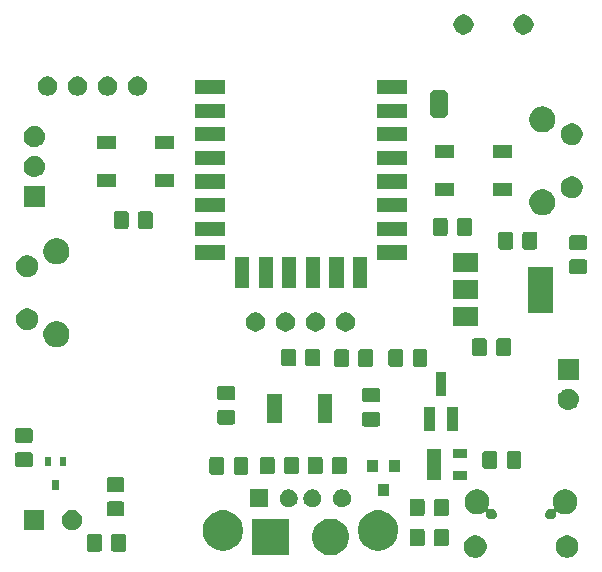
<source format=gbs>
G04 #@! TF.GenerationSoftware,KiCad,Pcbnew,5.0.2-bee76a0~70~ubuntu18.04.1*
G04 #@! TF.CreationDate,2019-03-30T14:25:07+01:00*
G04 #@! TF.ProjectId,jarwis,6a617277-6973-42e6-9b69-6361645f7063,rev?*
G04 #@! TF.SameCoordinates,Original*
G04 #@! TF.FileFunction,Soldermask,Bot*
G04 #@! TF.FilePolarity,Negative*
%FSLAX46Y46*%
G04 Gerber Fmt 4.6, Leading zero omitted, Abs format (unit mm)*
G04 Created by KiCad (PCBNEW 5.0.2-bee76a0~70~ubuntu18.04.1) date sáb 30 mar 2019 14:25:07 CET*
%MOMM*%
%LPD*%
G01*
G04 APERTURE LIST*
%ADD10C,0.100000*%
G04 APERTURE END LIST*
D10*
G36*
X169244776Y-110115846D02*
X169417846Y-110187534D01*
X169573610Y-110291612D01*
X169706068Y-110424070D01*
X169810146Y-110579834D01*
X169881834Y-110752904D01*
X169918380Y-110936633D01*
X169918380Y-111123967D01*
X169881834Y-111307696D01*
X169810146Y-111480766D01*
X169706068Y-111636530D01*
X169573610Y-111768988D01*
X169417846Y-111873066D01*
X169244776Y-111944754D01*
X169061047Y-111981300D01*
X168873713Y-111981300D01*
X168689984Y-111944754D01*
X168516914Y-111873066D01*
X168361150Y-111768988D01*
X168228692Y-111636530D01*
X168124614Y-111480766D01*
X168052926Y-111307696D01*
X168016380Y-111123967D01*
X168016380Y-110936633D01*
X168052926Y-110752904D01*
X168124614Y-110579834D01*
X168228692Y-110424070D01*
X168361150Y-110291612D01*
X168516914Y-110187534D01*
X168689984Y-110115846D01*
X168873713Y-110079300D01*
X169061047Y-110079300D01*
X169244776Y-110115846D01*
X169244776Y-110115846D01*
G37*
G36*
X161494776Y-110115846D02*
X161667846Y-110187534D01*
X161823610Y-110291612D01*
X161956068Y-110424070D01*
X162060146Y-110579834D01*
X162131834Y-110752904D01*
X162168380Y-110936633D01*
X162168380Y-111123967D01*
X162131834Y-111307696D01*
X162060146Y-111480766D01*
X161956068Y-111636530D01*
X161823610Y-111768988D01*
X161667846Y-111873066D01*
X161494776Y-111944754D01*
X161311047Y-111981300D01*
X161123713Y-111981300D01*
X160939984Y-111944754D01*
X160766914Y-111873066D01*
X160611150Y-111768988D01*
X160478692Y-111636530D01*
X160374614Y-111480766D01*
X160302926Y-111307696D01*
X160266380Y-111123967D01*
X160266380Y-110936633D01*
X160302926Y-110752904D01*
X160374614Y-110579834D01*
X160478692Y-110424070D01*
X160611150Y-110291612D01*
X160766914Y-110187534D01*
X160939984Y-110115846D01*
X161123713Y-110079300D01*
X161311047Y-110079300D01*
X161494776Y-110115846D01*
X161494776Y-110115846D01*
G37*
G36*
X145429300Y-111766680D02*
X142327300Y-111766680D01*
X142327300Y-108664680D01*
X145429300Y-108664680D01*
X145429300Y-111766680D01*
X145429300Y-111766680D01*
G37*
G36*
X149285127Y-108699304D02*
X149410710Y-108724284D01*
X149692974Y-108841201D01*
X149947005Y-109010939D01*
X150163041Y-109226975D01*
X150332779Y-109481006D01*
X150449696Y-109763270D01*
X150449696Y-109763271D01*
X150491987Y-109975878D01*
X150509300Y-110062920D01*
X150509300Y-110368440D01*
X150449696Y-110668090D01*
X150332779Y-110950354D01*
X150163041Y-111204385D01*
X149947005Y-111420421D01*
X149692974Y-111590159D01*
X149410710Y-111707076D01*
X149310827Y-111726944D01*
X149111062Y-111766680D01*
X148805538Y-111766680D01*
X148605773Y-111726944D01*
X148505890Y-111707076D01*
X148223626Y-111590159D01*
X147969595Y-111420421D01*
X147753559Y-111204385D01*
X147583821Y-110950354D01*
X147466904Y-110668090D01*
X147407300Y-110368440D01*
X147407300Y-110062920D01*
X147424614Y-109975878D01*
X147466904Y-109763271D01*
X147466904Y-109763270D01*
X147583821Y-109481006D01*
X147753559Y-109226975D01*
X147969595Y-109010939D01*
X148223626Y-108841201D01*
X148505890Y-108724284D01*
X148631473Y-108699304D01*
X148805538Y-108664680D01*
X149111062Y-108664680D01*
X149285127Y-108699304D01*
X149285127Y-108699304D01*
G37*
G36*
X129434497Y-109964445D02*
X129472184Y-109975878D01*
X129506923Y-109994446D01*
X129537368Y-110019432D01*
X129562354Y-110049877D01*
X129580922Y-110084616D01*
X129592355Y-110122303D01*
X129596820Y-110167641D01*
X129596820Y-111254319D01*
X129592355Y-111299657D01*
X129580922Y-111337344D01*
X129562354Y-111372083D01*
X129537368Y-111402528D01*
X129506923Y-111427514D01*
X129472184Y-111446082D01*
X129434497Y-111457515D01*
X129389159Y-111461980D01*
X128552481Y-111461980D01*
X128507143Y-111457515D01*
X128469456Y-111446082D01*
X128434717Y-111427514D01*
X128404272Y-111402528D01*
X128379286Y-111372083D01*
X128360718Y-111337344D01*
X128349285Y-111299657D01*
X128344820Y-111254319D01*
X128344820Y-110167641D01*
X128349285Y-110122303D01*
X128360718Y-110084616D01*
X128379286Y-110049877D01*
X128404272Y-110019432D01*
X128434717Y-109994446D01*
X128469456Y-109975878D01*
X128507143Y-109964445D01*
X128552481Y-109959980D01*
X129389159Y-109959980D01*
X129434497Y-109964445D01*
X129434497Y-109964445D01*
G37*
G36*
X131484497Y-109964445D02*
X131522184Y-109975878D01*
X131556923Y-109994446D01*
X131587368Y-110019432D01*
X131612354Y-110049877D01*
X131630922Y-110084616D01*
X131642355Y-110122303D01*
X131646820Y-110167641D01*
X131646820Y-111254319D01*
X131642355Y-111299657D01*
X131630922Y-111337344D01*
X131612354Y-111372083D01*
X131587368Y-111402528D01*
X131556923Y-111427514D01*
X131522184Y-111446082D01*
X131484497Y-111457515D01*
X131439159Y-111461980D01*
X130602481Y-111461980D01*
X130557143Y-111457515D01*
X130519456Y-111446082D01*
X130484717Y-111427514D01*
X130454272Y-111402528D01*
X130429286Y-111372083D01*
X130410718Y-111337344D01*
X130399285Y-111299657D01*
X130394820Y-111254319D01*
X130394820Y-110167641D01*
X130399285Y-110122303D01*
X130410718Y-110084616D01*
X130429286Y-110049877D01*
X130454272Y-110019432D01*
X130484717Y-109994446D01*
X130519456Y-109975878D01*
X130557143Y-109964445D01*
X130602481Y-109959980D01*
X131439159Y-109959980D01*
X131484497Y-109964445D01*
X131484497Y-109964445D01*
G37*
G36*
X140346797Y-108018636D02*
X140462764Y-108066671D01*
X140657814Y-108147463D01*
X140937727Y-108334495D01*
X141175765Y-108572533D01*
X141362797Y-108852446D01*
X141428448Y-109010942D01*
X141491624Y-109163463D01*
X141504257Y-109226973D01*
X141554788Y-109481006D01*
X141557300Y-109493638D01*
X141557300Y-109830282D01*
X141491624Y-110160457D01*
X141438262Y-110289284D01*
X141362797Y-110471474D01*
X141175765Y-110751387D01*
X140937727Y-110989425D01*
X140657814Y-111176457D01*
X140497393Y-111242905D01*
X140346797Y-111305284D01*
X140185621Y-111337344D01*
X140016623Y-111370960D01*
X139679977Y-111370960D01*
X139510979Y-111337344D01*
X139349803Y-111305284D01*
X139199207Y-111242905D01*
X139038786Y-111176457D01*
X138758873Y-110989425D01*
X138520835Y-110751387D01*
X138333803Y-110471474D01*
X138258338Y-110289284D01*
X138204976Y-110160457D01*
X138139300Y-109830282D01*
X138139300Y-109493638D01*
X138141813Y-109481006D01*
X138192343Y-109226973D01*
X138204976Y-109163463D01*
X138268152Y-109010942D01*
X138333803Y-108852446D01*
X138520835Y-108572533D01*
X138758873Y-108334495D01*
X139038786Y-108147463D01*
X139233836Y-108066671D01*
X139349803Y-108018636D01*
X139679977Y-107952960D01*
X140016623Y-107952960D01*
X140346797Y-108018636D01*
X140346797Y-108018636D01*
G37*
G36*
X153486797Y-108018636D02*
X153602764Y-108066671D01*
X153797814Y-108147463D01*
X154077727Y-108334495D01*
X154315765Y-108572533D01*
X154502797Y-108852446D01*
X154568448Y-109010942D01*
X154631624Y-109163463D01*
X154644257Y-109226973D01*
X154694788Y-109481006D01*
X154697300Y-109493638D01*
X154697300Y-109830282D01*
X154631624Y-110160457D01*
X154578262Y-110289284D01*
X154502797Y-110471474D01*
X154315765Y-110751387D01*
X154077727Y-110989425D01*
X153797814Y-111176457D01*
X153637393Y-111242905D01*
X153486797Y-111305284D01*
X153325621Y-111337344D01*
X153156623Y-111370960D01*
X152819977Y-111370960D01*
X152650979Y-111337344D01*
X152489803Y-111305284D01*
X152339207Y-111242905D01*
X152178786Y-111176457D01*
X151898873Y-110989425D01*
X151660835Y-110751387D01*
X151473803Y-110471474D01*
X151398338Y-110289284D01*
X151344976Y-110160457D01*
X151279300Y-109830282D01*
X151279300Y-109493638D01*
X151281813Y-109481006D01*
X151332343Y-109226973D01*
X151344976Y-109163463D01*
X151408152Y-109010942D01*
X151473803Y-108852446D01*
X151660835Y-108572533D01*
X151898873Y-108334495D01*
X152178786Y-108147463D01*
X152373836Y-108066671D01*
X152489803Y-108018636D01*
X152819977Y-107952960D01*
X153156623Y-107952960D01*
X153486797Y-108018636D01*
X153486797Y-108018636D01*
G37*
G36*
X158811197Y-109517405D02*
X158848884Y-109528838D01*
X158883623Y-109547406D01*
X158914068Y-109572392D01*
X158939054Y-109602837D01*
X158957622Y-109637576D01*
X158969055Y-109675263D01*
X158973520Y-109720601D01*
X158973520Y-110807279D01*
X158969055Y-110852617D01*
X158957622Y-110890304D01*
X158939054Y-110925043D01*
X158914068Y-110955488D01*
X158883623Y-110980474D01*
X158848884Y-110999042D01*
X158811197Y-111010475D01*
X158765859Y-111014940D01*
X157929181Y-111014940D01*
X157883843Y-111010475D01*
X157846156Y-110999042D01*
X157811417Y-110980474D01*
X157780972Y-110955488D01*
X157755986Y-110925043D01*
X157737418Y-110890304D01*
X157725985Y-110852617D01*
X157721520Y-110807279D01*
X157721520Y-109720601D01*
X157725985Y-109675263D01*
X157737418Y-109637576D01*
X157755986Y-109602837D01*
X157780972Y-109572392D01*
X157811417Y-109547406D01*
X157846156Y-109528838D01*
X157883843Y-109517405D01*
X157929181Y-109512940D01*
X158765859Y-109512940D01*
X158811197Y-109517405D01*
X158811197Y-109517405D01*
G37*
G36*
X156761197Y-109517405D02*
X156798884Y-109528838D01*
X156833623Y-109547406D01*
X156864068Y-109572392D01*
X156889054Y-109602837D01*
X156907622Y-109637576D01*
X156919055Y-109675263D01*
X156923520Y-109720601D01*
X156923520Y-110807279D01*
X156919055Y-110852617D01*
X156907622Y-110890304D01*
X156889054Y-110925043D01*
X156864068Y-110955488D01*
X156833623Y-110980474D01*
X156798884Y-110999042D01*
X156761197Y-111010475D01*
X156715859Y-111014940D01*
X155879181Y-111014940D01*
X155833843Y-111010475D01*
X155796156Y-110999042D01*
X155761417Y-110980474D01*
X155730972Y-110955488D01*
X155705986Y-110925043D01*
X155687418Y-110890304D01*
X155675985Y-110852617D01*
X155671520Y-110807279D01*
X155671520Y-109720601D01*
X155675985Y-109675263D01*
X155687418Y-109637576D01*
X155705986Y-109602837D01*
X155730972Y-109572392D01*
X155761417Y-109547406D01*
X155796156Y-109528838D01*
X155833843Y-109517405D01*
X155879181Y-109512940D01*
X156715859Y-109512940D01*
X156761197Y-109517405D01*
X156761197Y-109517405D01*
G37*
G36*
X127326568Y-107964823D02*
X127481440Y-108028973D01*
X127620821Y-108122105D01*
X127739355Y-108240639D01*
X127832487Y-108380020D01*
X127896637Y-108534892D01*
X127929340Y-108699304D01*
X127929340Y-108866936D01*
X127896637Y-109031348D01*
X127832487Y-109186220D01*
X127739355Y-109325601D01*
X127620821Y-109444135D01*
X127481440Y-109537267D01*
X127326568Y-109601417D01*
X127162156Y-109634120D01*
X126994524Y-109634120D01*
X126830112Y-109601417D01*
X126675240Y-109537267D01*
X126535859Y-109444135D01*
X126417325Y-109325601D01*
X126324193Y-109186220D01*
X126260043Y-109031348D01*
X126227340Y-108866936D01*
X126227340Y-108699304D01*
X126260043Y-108534892D01*
X126324193Y-108380020D01*
X126417325Y-108240639D01*
X126535859Y-108122105D01*
X126675240Y-108028973D01*
X126830112Y-107964823D01*
X126994524Y-107932120D01*
X127162156Y-107932120D01*
X127326568Y-107964823D01*
X127326568Y-107964823D01*
G37*
G36*
X124729340Y-109634120D02*
X123027340Y-109634120D01*
X123027340Y-107932120D01*
X124729340Y-107932120D01*
X124729340Y-109634120D01*
X124729340Y-109634120D01*
G37*
G36*
X161673945Y-106219689D02*
X161865214Y-106298915D01*
X162037356Y-106413937D01*
X162183743Y-106560324D01*
X162298765Y-106732466D01*
X162377991Y-106923735D01*
X162418380Y-107126784D01*
X162418380Y-107333816D01*
X162377991Y-107536866D01*
X162320217Y-107676345D01*
X162313104Y-107699794D01*
X162310702Y-107724180D01*
X162313104Y-107748567D01*
X162320217Y-107772016D01*
X162331768Y-107793626D01*
X162347314Y-107812569D01*
X162366256Y-107828114D01*
X162387867Y-107839665D01*
X162411316Y-107846778D01*
X162435702Y-107849180D01*
X162460087Y-107846778D01*
X162547958Y-107829300D01*
X162636801Y-107829300D01*
X162723932Y-107846631D01*
X162806005Y-107880627D01*
X162806006Y-107880628D01*
X162806009Y-107880629D01*
X162835412Y-107900276D01*
X162879880Y-107929989D01*
X162942691Y-107992800D01*
X162942693Y-107992803D01*
X162942694Y-107992804D01*
X162992051Y-108066671D01*
X162992052Y-108066674D01*
X162992053Y-108066675D01*
X163026049Y-108148748D01*
X163043380Y-108235879D01*
X163043380Y-108324721D01*
X163026049Y-108411852D01*
X162992053Y-108493925D01*
X162992051Y-108493929D01*
X162964680Y-108534892D01*
X162942691Y-108567800D01*
X162879880Y-108630611D01*
X162879877Y-108630613D01*
X162879876Y-108630614D01*
X162806009Y-108679971D01*
X162806006Y-108679972D01*
X162806005Y-108679973D01*
X162723932Y-108713969D01*
X162636801Y-108731300D01*
X162547959Y-108731300D01*
X162460828Y-108713969D01*
X162378755Y-108679973D01*
X162378754Y-108679972D01*
X162378751Y-108679971D01*
X162304884Y-108630614D01*
X162304883Y-108630613D01*
X162304880Y-108630611D01*
X162242069Y-108567800D01*
X162220080Y-108534892D01*
X162192709Y-108493929D01*
X162192707Y-108493925D01*
X162158711Y-108411852D01*
X162141380Y-108324721D01*
X162141380Y-108235881D01*
X162141858Y-108233478D01*
X162144260Y-108209092D01*
X162141858Y-108184706D01*
X162134745Y-108161257D01*
X162123194Y-108139646D01*
X162107649Y-108120704D01*
X162088707Y-108105158D01*
X162067097Y-108093607D01*
X162043647Y-108086493D01*
X162019261Y-108084091D01*
X161994875Y-108086493D01*
X161971426Y-108093606D01*
X161949814Y-108105157D01*
X161865214Y-108161685D01*
X161673945Y-108240911D01*
X161470896Y-108281300D01*
X161263864Y-108281300D01*
X161060815Y-108240911D01*
X160869546Y-108161685D01*
X160697404Y-108046663D01*
X160551017Y-107900276D01*
X160435995Y-107728134D01*
X160356769Y-107536865D01*
X160316380Y-107333816D01*
X160316380Y-107126784D01*
X160356769Y-106923735D01*
X160435995Y-106732466D01*
X160551017Y-106560324D01*
X160697404Y-106413937D01*
X160869546Y-106298915D01*
X161060815Y-106219689D01*
X161263864Y-106179300D01*
X161470896Y-106179300D01*
X161673945Y-106219689D01*
X161673945Y-106219689D01*
G37*
G36*
X169123945Y-106219689D02*
X169315214Y-106298915D01*
X169487356Y-106413937D01*
X169633743Y-106560324D01*
X169748765Y-106732466D01*
X169827991Y-106923735D01*
X169868380Y-107126784D01*
X169868380Y-107333816D01*
X169827991Y-107536865D01*
X169748765Y-107728134D01*
X169633743Y-107900276D01*
X169487356Y-108046663D01*
X169315214Y-108161685D01*
X169123945Y-108240911D01*
X168920896Y-108281300D01*
X168713864Y-108281300D01*
X168510815Y-108240911D01*
X168319546Y-108161685D01*
X168234946Y-108105157D01*
X168213336Y-108093606D01*
X168189887Y-108086493D01*
X168165500Y-108084091D01*
X168141114Y-108086493D01*
X168117665Y-108093606D01*
X168096054Y-108105157D01*
X168077112Y-108120702D01*
X168061566Y-108139645D01*
X168050015Y-108161255D01*
X168042902Y-108184704D01*
X168040500Y-108209091D01*
X168042902Y-108233478D01*
X168043380Y-108235881D01*
X168043380Y-108324721D01*
X168026049Y-108411852D01*
X167992053Y-108493925D01*
X167992051Y-108493929D01*
X167964680Y-108534892D01*
X167942691Y-108567800D01*
X167879880Y-108630611D01*
X167879877Y-108630613D01*
X167879876Y-108630614D01*
X167806009Y-108679971D01*
X167806006Y-108679972D01*
X167806005Y-108679973D01*
X167723932Y-108713969D01*
X167636801Y-108731300D01*
X167547959Y-108731300D01*
X167460828Y-108713969D01*
X167378755Y-108679973D01*
X167378754Y-108679972D01*
X167378751Y-108679971D01*
X167304884Y-108630614D01*
X167304883Y-108630613D01*
X167304880Y-108630611D01*
X167242069Y-108567800D01*
X167220080Y-108534892D01*
X167192709Y-108493929D01*
X167192707Y-108493925D01*
X167158711Y-108411852D01*
X167141380Y-108324721D01*
X167141380Y-108235879D01*
X167158711Y-108148748D01*
X167192707Y-108066675D01*
X167192708Y-108066674D01*
X167192709Y-108066671D01*
X167242066Y-107992804D01*
X167242067Y-107992803D01*
X167242069Y-107992800D01*
X167304880Y-107929989D01*
X167349348Y-107900276D01*
X167378751Y-107880629D01*
X167378754Y-107880628D01*
X167378755Y-107880627D01*
X167460828Y-107846631D01*
X167547959Y-107829300D01*
X167636802Y-107829300D01*
X167724673Y-107846778D01*
X167749059Y-107849180D01*
X167773445Y-107846778D01*
X167796894Y-107839665D01*
X167818505Y-107828113D01*
X167837447Y-107812568D01*
X167852992Y-107793626D01*
X167864543Y-107772015D01*
X167871656Y-107748565D01*
X167874058Y-107724179D01*
X167871656Y-107699793D01*
X167864543Y-107676345D01*
X167806769Y-107536866D01*
X167766380Y-107333816D01*
X167766380Y-107126784D01*
X167806769Y-106923735D01*
X167885995Y-106732466D01*
X168001017Y-106560324D01*
X168147404Y-106413937D01*
X168319546Y-106298915D01*
X168510815Y-106219689D01*
X168713864Y-106179300D01*
X168920896Y-106179300D01*
X169123945Y-106219689D01*
X169123945Y-106219689D01*
G37*
G36*
X158808657Y-106979945D02*
X158846344Y-106991378D01*
X158881083Y-107009946D01*
X158911528Y-107034932D01*
X158936514Y-107065377D01*
X158955082Y-107100116D01*
X158966515Y-107137803D01*
X158970980Y-107183141D01*
X158970980Y-108269819D01*
X158966515Y-108315157D01*
X158955082Y-108352844D01*
X158936514Y-108387583D01*
X158911528Y-108418028D01*
X158881083Y-108443014D01*
X158846344Y-108461582D01*
X158808657Y-108473015D01*
X158763319Y-108477480D01*
X157926641Y-108477480D01*
X157881303Y-108473015D01*
X157843616Y-108461582D01*
X157808877Y-108443014D01*
X157778432Y-108418028D01*
X157753446Y-108387583D01*
X157734878Y-108352844D01*
X157723445Y-108315157D01*
X157718980Y-108269819D01*
X157718980Y-107183141D01*
X157723445Y-107137803D01*
X157734878Y-107100116D01*
X157753446Y-107065377D01*
X157778432Y-107034932D01*
X157808877Y-107009946D01*
X157843616Y-106991378D01*
X157881303Y-106979945D01*
X157926641Y-106975480D01*
X158763319Y-106975480D01*
X158808657Y-106979945D01*
X158808657Y-106979945D01*
G37*
G36*
X156758657Y-106979945D02*
X156796344Y-106991378D01*
X156831083Y-107009946D01*
X156861528Y-107034932D01*
X156886514Y-107065377D01*
X156905082Y-107100116D01*
X156916515Y-107137803D01*
X156920980Y-107183141D01*
X156920980Y-108269819D01*
X156916515Y-108315157D01*
X156905082Y-108352844D01*
X156886514Y-108387583D01*
X156861528Y-108418028D01*
X156831083Y-108443014D01*
X156796344Y-108461582D01*
X156758657Y-108473015D01*
X156713319Y-108477480D01*
X155876641Y-108477480D01*
X155831303Y-108473015D01*
X155793616Y-108461582D01*
X155758877Y-108443014D01*
X155728432Y-108418028D01*
X155703446Y-108387583D01*
X155684878Y-108352844D01*
X155673445Y-108315157D01*
X155668980Y-108269819D01*
X155668980Y-107183141D01*
X155673445Y-107137803D01*
X155684878Y-107100116D01*
X155703446Y-107065377D01*
X155728432Y-107034932D01*
X155758877Y-107009946D01*
X155793616Y-106991378D01*
X155831303Y-106979945D01*
X155876641Y-106975480D01*
X156713319Y-106975480D01*
X156758657Y-106979945D01*
X156758657Y-106979945D01*
G37*
G36*
X131347877Y-107218085D02*
X131385564Y-107229518D01*
X131420303Y-107248086D01*
X131450748Y-107273072D01*
X131475734Y-107303517D01*
X131494302Y-107338256D01*
X131505735Y-107375943D01*
X131510200Y-107421281D01*
X131510200Y-108257959D01*
X131505735Y-108303297D01*
X131494302Y-108340984D01*
X131475734Y-108375723D01*
X131450748Y-108406168D01*
X131420303Y-108431154D01*
X131385564Y-108449722D01*
X131347877Y-108461155D01*
X131302539Y-108465620D01*
X130215861Y-108465620D01*
X130170523Y-108461155D01*
X130132836Y-108449722D01*
X130098097Y-108431154D01*
X130067652Y-108406168D01*
X130042666Y-108375723D01*
X130024098Y-108340984D01*
X130012665Y-108303297D01*
X130008200Y-108257959D01*
X130008200Y-107421281D01*
X130012665Y-107375943D01*
X130024098Y-107338256D01*
X130042666Y-107303517D01*
X130067652Y-107273072D01*
X130098097Y-107248086D01*
X130132836Y-107229518D01*
X130170523Y-107218085D01*
X130215861Y-107213620D01*
X131302539Y-107213620D01*
X131347877Y-107218085D01*
X131347877Y-107218085D01*
G37*
G36*
X143683300Y-107716960D02*
X142153300Y-107716960D01*
X142153300Y-106186960D01*
X143683300Y-106186960D01*
X143683300Y-107716960D01*
X143683300Y-107716960D01*
G37*
G36*
X150141442Y-106216358D02*
X150280664Y-106274025D01*
X150405959Y-106357745D01*
X150512515Y-106464301D01*
X150596235Y-106589596D01*
X150653902Y-106728818D01*
X150683300Y-106876614D01*
X150683300Y-107027306D01*
X150653902Y-107175102D01*
X150596235Y-107314324D01*
X150512515Y-107439619D01*
X150405959Y-107546175D01*
X150280664Y-107629895D01*
X150141442Y-107687562D01*
X149993646Y-107716960D01*
X149842954Y-107716960D01*
X149695158Y-107687562D01*
X149555936Y-107629895D01*
X149430641Y-107546175D01*
X149324085Y-107439619D01*
X149240365Y-107314324D01*
X149182698Y-107175102D01*
X149153300Y-107027306D01*
X149153300Y-106876614D01*
X149182698Y-106728818D01*
X149240365Y-106589596D01*
X149324085Y-106464301D01*
X149430641Y-106357745D01*
X149555936Y-106274025D01*
X149695158Y-106216358D01*
X149842954Y-106186960D01*
X149993646Y-106186960D01*
X150141442Y-106216358D01*
X150141442Y-106216358D01*
G37*
G36*
X145641442Y-106216358D02*
X145780664Y-106274025D01*
X145905959Y-106357745D01*
X146012515Y-106464301D01*
X146096235Y-106589596D01*
X146153902Y-106728818D01*
X146183300Y-106876614D01*
X146183300Y-107027306D01*
X146153902Y-107175102D01*
X146096235Y-107314324D01*
X146012515Y-107439619D01*
X145905959Y-107546175D01*
X145780664Y-107629895D01*
X145641442Y-107687562D01*
X145493646Y-107716960D01*
X145342954Y-107716960D01*
X145195158Y-107687562D01*
X145055936Y-107629895D01*
X144930641Y-107546175D01*
X144824085Y-107439619D01*
X144740365Y-107314324D01*
X144682698Y-107175102D01*
X144653300Y-107027306D01*
X144653300Y-106876614D01*
X144682698Y-106728818D01*
X144740365Y-106589596D01*
X144824085Y-106464301D01*
X144930641Y-106357745D01*
X145055936Y-106274025D01*
X145195158Y-106216358D01*
X145342954Y-106186960D01*
X145493646Y-106186960D01*
X145641442Y-106216358D01*
X145641442Y-106216358D01*
G37*
G36*
X147641442Y-106216358D02*
X147780664Y-106274025D01*
X147905959Y-106357745D01*
X148012515Y-106464301D01*
X148096235Y-106589596D01*
X148153902Y-106728818D01*
X148183300Y-106876614D01*
X148183300Y-107027306D01*
X148153902Y-107175102D01*
X148096235Y-107314324D01*
X148012515Y-107439619D01*
X147905959Y-107546175D01*
X147780664Y-107629895D01*
X147641442Y-107687562D01*
X147493646Y-107716960D01*
X147342954Y-107716960D01*
X147195158Y-107687562D01*
X147055936Y-107629895D01*
X146930641Y-107546175D01*
X146824085Y-107439619D01*
X146740365Y-107314324D01*
X146682698Y-107175102D01*
X146653300Y-107027306D01*
X146653300Y-106876614D01*
X146682698Y-106728818D01*
X146740365Y-106589596D01*
X146824085Y-106464301D01*
X146930641Y-106357745D01*
X147055936Y-106274025D01*
X147195158Y-106216358D01*
X147342954Y-106186960D01*
X147493646Y-106186960D01*
X147641442Y-106216358D01*
X147641442Y-106216358D01*
G37*
G36*
X153892400Y-106736500D02*
X152990400Y-106736500D01*
X152990400Y-105734500D01*
X153892400Y-105734500D01*
X153892400Y-106736500D01*
X153892400Y-106736500D01*
G37*
G36*
X131347877Y-105168085D02*
X131385564Y-105179518D01*
X131420303Y-105198086D01*
X131450748Y-105223072D01*
X131475734Y-105253517D01*
X131494302Y-105288256D01*
X131505735Y-105325943D01*
X131510200Y-105371281D01*
X131510200Y-106207959D01*
X131505735Y-106253297D01*
X131494302Y-106290984D01*
X131475734Y-106325723D01*
X131450748Y-106356168D01*
X131420303Y-106381154D01*
X131385564Y-106399722D01*
X131347877Y-106411155D01*
X131302539Y-106415620D01*
X130215861Y-106415620D01*
X130170523Y-106411155D01*
X130132836Y-106399722D01*
X130098097Y-106381154D01*
X130067652Y-106356168D01*
X130042666Y-106325723D01*
X130024098Y-106290984D01*
X130012665Y-106253297D01*
X130008200Y-106207959D01*
X130008200Y-105371281D01*
X130012665Y-105325943D01*
X130024098Y-105288256D01*
X130042666Y-105253517D01*
X130067652Y-105223072D01*
X130098097Y-105198086D01*
X130132836Y-105179518D01*
X130170523Y-105168085D01*
X130215861Y-105163620D01*
X131302539Y-105163620D01*
X131347877Y-105168085D01*
X131347877Y-105168085D01*
G37*
G36*
X125947580Y-106219180D02*
X125395580Y-106219180D01*
X125395580Y-105417180D01*
X125947580Y-105417180D01*
X125947580Y-106219180D01*
X125947580Y-106219180D01*
G37*
G36*
X160507200Y-105405040D02*
X159345200Y-105405040D01*
X159345200Y-104653040D01*
X160507200Y-104653040D01*
X160507200Y-105405040D01*
X160507200Y-105405040D01*
G37*
G36*
X158307200Y-105405040D02*
X157145200Y-105405040D01*
X157145200Y-102753040D01*
X158307200Y-102753040D01*
X158307200Y-105405040D01*
X158307200Y-105405040D01*
G37*
G36*
X141847697Y-103439185D02*
X141885384Y-103450618D01*
X141920123Y-103469186D01*
X141950568Y-103494172D01*
X141975554Y-103524617D01*
X141994122Y-103559356D01*
X142005555Y-103597043D01*
X142010020Y-103642381D01*
X142010020Y-104729059D01*
X142005555Y-104774397D01*
X141994122Y-104812084D01*
X141975554Y-104846823D01*
X141950568Y-104877268D01*
X141920123Y-104902254D01*
X141885384Y-104920822D01*
X141847697Y-104932255D01*
X141802359Y-104936720D01*
X140965681Y-104936720D01*
X140920343Y-104932255D01*
X140882656Y-104920822D01*
X140847917Y-104902254D01*
X140817472Y-104877268D01*
X140792486Y-104846823D01*
X140773918Y-104812084D01*
X140762485Y-104774397D01*
X140758020Y-104729059D01*
X140758020Y-103642381D01*
X140762485Y-103597043D01*
X140773918Y-103559356D01*
X140792486Y-103524617D01*
X140817472Y-103494172D01*
X140847917Y-103469186D01*
X140882656Y-103450618D01*
X140920343Y-103439185D01*
X140965681Y-103434720D01*
X141802359Y-103434720D01*
X141847697Y-103439185D01*
X141847697Y-103439185D01*
G37*
G36*
X139797697Y-103439185D02*
X139835384Y-103450618D01*
X139870123Y-103469186D01*
X139900568Y-103494172D01*
X139925554Y-103524617D01*
X139944122Y-103559356D01*
X139955555Y-103597043D01*
X139960020Y-103642381D01*
X139960020Y-104729059D01*
X139955555Y-104774397D01*
X139944122Y-104812084D01*
X139925554Y-104846823D01*
X139900568Y-104877268D01*
X139870123Y-104902254D01*
X139835384Y-104920822D01*
X139797697Y-104932255D01*
X139752359Y-104936720D01*
X138915681Y-104936720D01*
X138870343Y-104932255D01*
X138832656Y-104920822D01*
X138797917Y-104902254D01*
X138767472Y-104877268D01*
X138742486Y-104846823D01*
X138723918Y-104812084D01*
X138712485Y-104774397D01*
X138708020Y-104729059D01*
X138708020Y-103642381D01*
X138712485Y-103597043D01*
X138723918Y-103559356D01*
X138742486Y-103524617D01*
X138767472Y-103494172D01*
X138797917Y-103469186D01*
X138832656Y-103450618D01*
X138870343Y-103439185D01*
X138915681Y-103434720D01*
X139752359Y-103434720D01*
X139797697Y-103439185D01*
X139797697Y-103439185D01*
G37*
G36*
X146121357Y-103431565D02*
X146159044Y-103442998D01*
X146193783Y-103461566D01*
X146224228Y-103486552D01*
X146249214Y-103516997D01*
X146267782Y-103551736D01*
X146279215Y-103589423D01*
X146283680Y-103634761D01*
X146283680Y-104721439D01*
X146279215Y-104766777D01*
X146267782Y-104804464D01*
X146249214Y-104839203D01*
X146224228Y-104869648D01*
X146193783Y-104894634D01*
X146159044Y-104913202D01*
X146121357Y-104924635D01*
X146076019Y-104929100D01*
X145239341Y-104929100D01*
X145194003Y-104924635D01*
X145156316Y-104913202D01*
X145121577Y-104894634D01*
X145091132Y-104869648D01*
X145066146Y-104839203D01*
X145047578Y-104804464D01*
X145036145Y-104766777D01*
X145031680Y-104721439D01*
X145031680Y-103634761D01*
X145036145Y-103589423D01*
X145047578Y-103551736D01*
X145066146Y-103516997D01*
X145091132Y-103486552D01*
X145121577Y-103461566D01*
X145156316Y-103442998D01*
X145194003Y-103431565D01*
X145239341Y-103427100D01*
X146076019Y-103427100D01*
X146121357Y-103431565D01*
X146121357Y-103431565D01*
G37*
G36*
X144071357Y-103431565D02*
X144109044Y-103442998D01*
X144143783Y-103461566D01*
X144174228Y-103486552D01*
X144199214Y-103516997D01*
X144217782Y-103551736D01*
X144229215Y-103589423D01*
X144233680Y-103634761D01*
X144233680Y-104721439D01*
X144229215Y-104766777D01*
X144217782Y-104804464D01*
X144199214Y-104839203D01*
X144174228Y-104869648D01*
X144143783Y-104894634D01*
X144109044Y-104913202D01*
X144071357Y-104924635D01*
X144026019Y-104929100D01*
X143189341Y-104929100D01*
X143144003Y-104924635D01*
X143106316Y-104913202D01*
X143071577Y-104894634D01*
X143041132Y-104869648D01*
X143016146Y-104839203D01*
X142997578Y-104804464D01*
X142986145Y-104766777D01*
X142981680Y-104721439D01*
X142981680Y-103634761D01*
X142986145Y-103589423D01*
X142997578Y-103551736D01*
X143016146Y-103516997D01*
X143041132Y-103486552D01*
X143071577Y-103461566D01*
X143106316Y-103442998D01*
X143144003Y-103431565D01*
X143189341Y-103427100D01*
X144026019Y-103427100D01*
X144071357Y-103431565D01*
X144071357Y-103431565D01*
G37*
G36*
X148125197Y-103429025D02*
X148162884Y-103440458D01*
X148197623Y-103459026D01*
X148228068Y-103484012D01*
X148253054Y-103514457D01*
X148271622Y-103549196D01*
X148283055Y-103586883D01*
X148287520Y-103632221D01*
X148287520Y-104718899D01*
X148283055Y-104764237D01*
X148271622Y-104801924D01*
X148253054Y-104836663D01*
X148228068Y-104867108D01*
X148197623Y-104892094D01*
X148162884Y-104910662D01*
X148125197Y-104922095D01*
X148079859Y-104926560D01*
X147243181Y-104926560D01*
X147197843Y-104922095D01*
X147160156Y-104910662D01*
X147125417Y-104892094D01*
X147094972Y-104867108D01*
X147069986Y-104836663D01*
X147051418Y-104801924D01*
X147039985Y-104764237D01*
X147035520Y-104718899D01*
X147035520Y-103632221D01*
X147039985Y-103586883D01*
X147051418Y-103549196D01*
X147069986Y-103514457D01*
X147094972Y-103484012D01*
X147125417Y-103459026D01*
X147160156Y-103440458D01*
X147197843Y-103429025D01*
X147243181Y-103424560D01*
X148079859Y-103424560D01*
X148125197Y-103429025D01*
X148125197Y-103429025D01*
G37*
G36*
X150175197Y-103429025D02*
X150212884Y-103440458D01*
X150247623Y-103459026D01*
X150278068Y-103484012D01*
X150303054Y-103514457D01*
X150321622Y-103549196D01*
X150333055Y-103586883D01*
X150337520Y-103632221D01*
X150337520Y-104718899D01*
X150333055Y-104764237D01*
X150321622Y-104801924D01*
X150303054Y-104836663D01*
X150278068Y-104867108D01*
X150247623Y-104892094D01*
X150212884Y-104910662D01*
X150175197Y-104922095D01*
X150129859Y-104926560D01*
X149293181Y-104926560D01*
X149247843Y-104922095D01*
X149210156Y-104910662D01*
X149175417Y-104892094D01*
X149144972Y-104867108D01*
X149119986Y-104836663D01*
X149101418Y-104801924D01*
X149089985Y-104764237D01*
X149085520Y-104718899D01*
X149085520Y-103632221D01*
X149089985Y-103586883D01*
X149101418Y-103549196D01*
X149119986Y-103514457D01*
X149144972Y-103484012D01*
X149175417Y-103459026D01*
X149210156Y-103440458D01*
X149247843Y-103429025D01*
X149293181Y-103424560D01*
X150129859Y-103424560D01*
X150175197Y-103429025D01*
X150175197Y-103429025D01*
G37*
G36*
X152942400Y-104736500D02*
X152040400Y-104736500D01*
X152040400Y-103734500D01*
X152942400Y-103734500D01*
X152942400Y-104736500D01*
X152942400Y-104736500D01*
G37*
G36*
X154842400Y-104736500D02*
X153940400Y-104736500D01*
X153940400Y-103734500D01*
X154842400Y-103734500D01*
X154842400Y-104736500D01*
X154842400Y-104736500D01*
G37*
G36*
X164965617Y-102946425D02*
X165003304Y-102957858D01*
X165038043Y-102976426D01*
X165068488Y-103001412D01*
X165093474Y-103031857D01*
X165112042Y-103066596D01*
X165123475Y-103104283D01*
X165127940Y-103149621D01*
X165127940Y-104236299D01*
X165123475Y-104281637D01*
X165112042Y-104319324D01*
X165093474Y-104354063D01*
X165068488Y-104384508D01*
X165038043Y-104409494D01*
X165003304Y-104428062D01*
X164965617Y-104439495D01*
X164920279Y-104443960D01*
X164083601Y-104443960D01*
X164038263Y-104439495D01*
X164000576Y-104428062D01*
X163965837Y-104409494D01*
X163935392Y-104384508D01*
X163910406Y-104354063D01*
X163891838Y-104319324D01*
X163880405Y-104281637D01*
X163875940Y-104236299D01*
X163875940Y-103149621D01*
X163880405Y-103104283D01*
X163891838Y-103066596D01*
X163910406Y-103031857D01*
X163935392Y-103001412D01*
X163965837Y-102976426D01*
X164000576Y-102957858D01*
X164038263Y-102946425D01*
X164083601Y-102941960D01*
X164920279Y-102941960D01*
X164965617Y-102946425D01*
X164965617Y-102946425D01*
G37*
G36*
X162915617Y-102946425D02*
X162953304Y-102957858D01*
X162988043Y-102976426D01*
X163018488Y-103001412D01*
X163043474Y-103031857D01*
X163062042Y-103066596D01*
X163073475Y-103104283D01*
X163077940Y-103149621D01*
X163077940Y-104236299D01*
X163073475Y-104281637D01*
X163062042Y-104319324D01*
X163043474Y-104354063D01*
X163018488Y-104384508D01*
X162988043Y-104409494D01*
X162953304Y-104428062D01*
X162915617Y-104439495D01*
X162870279Y-104443960D01*
X162033601Y-104443960D01*
X161988263Y-104439495D01*
X161950576Y-104428062D01*
X161915837Y-104409494D01*
X161885392Y-104384508D01*
X161860406Y-104354063D01*
X161841838Y-104319324D01*
X161830405Y-104281637D01*
X161825940Y-104236299D01*
X161825940Y-103149621D01*
X161830405Y-103104283D01*
X161841838Y-103066596D01*
X161860406Y-103031857D01*
X161885392Y-103001412D01*
X161915837Y-102976426D01*
X161950576Y-102957858D01*
X161988263Y-102946425D01*
X162033601Y-102941960D01*
X162870279Y-102941960D01*
X162915617Y-102946425D01*
X162915617Y-102946425D01*
G37*
G36*
X123580557Y-103057565D02*
X123618244Y-103068998D01*
X123652983Y-103087566D01*
X123683428Y-103112552D01*
X123708414Y-103142997D01*
X123726982Y-103177736D01*
X123738415Y-103215423D01*
X123742880Y-103260761D01*
X123742880Y-104097439D01*
X123738415Y-104142777D01*
X123726982Y-104180464D01*
X123708414Y-104215203D01*
X123683428Y-104245648D01*
X123652983Y-104270634D01*
X123618244Y-104289202D01*
X123580557Y-104300635D01*
X123535219Y-104305100D01*
X122448541Y-104305100D01*
X122403203Y-104300635D01*
X122365516Y-104289202D01*
X122330777Y-104270634D01*
X122300332Y-104245648D01*
X122275346Y-104215203D01*
X122256778Y-104180464D01*
X122245345Y-104142777D01*
X122240880Y-104097439D01*
X122240880Y-103260761D01*
X122245345Y-103215423D01*
X122256778Y-103177736D01*
X122275346Y-103142997D01*
X122300332Y-103112552D01*
X122330777Y-103087566D01*
X122365516Y-103068998D01*
X122403203Y-103057565D01*
X122448541Y-103053100D01*
X123535219Y-103053100D01*
X123580557Y-103057565D01*
X123580557Y-103057565D01*
G37*
G36*
X126597580Y-104219180D02*
X126045580Y-104219180D01*
X126045580Y-103417180D01*
X126597580Y-103417180D01*
X126597580Y-104219180D01*
X126597580Y-104219180D01*
G37*
G36*
X125297580Y-104219180D02*
X124745580Y-104219180D01*
X124745580Y-103417180D01*
X125297580Y-103417180D01*
X125297580Y-104219180D01*
X125297580Y-104219180D01*
G37*
G36*
X160507200Y-103505040D02*
X159345200Y-103505040D01*
X159345200Y-102753040D01*
X160507200Y-102753040D01*
X160507200Y-103505040D01*
X160507200Y-103505040D01*
G37*
G36*
X123580557Y-101007565D02*
X123618244Y-101018998D01*
X123652983Y-101037566D01*
X123683428Y-101062552D01*
X123708414Y-101092997D01*
X123726982Y-101127736D01*
X123738415Y-101165423D01*
X123742880Y-101210761D01*
X123742880Y-102047439D01*
X123738415Y-102092777D01*
X123726982Y-102130464D01*
X123708414Y-102165203D01*
X123683428Y-102195648D01*
X123652983Y-102220634D01*
X123618244Y-102239202D01*
X123580557Y-102250635D01*
X123535219Y-102255100D01*
X122448541Y-102255100D01*
X122403203Y-102250635D01*
X122365516Y-102239202D01*
X122330777Y-102220634D01*
X122300332Y-102195648D01*
X122275346Y-102165203D01*
X122256778Y-102130464D01*
X122245345Y-102092777D01*
X122240880Y-102047439D01*
X122240880Y-101210761D01*
X122245345Y-101165423D01*
X122256778Y-101127736D01*
X122275346Y-101092997D01*
X122300332Y-101062552D01*
X122330777Y-101037566D01*
X122365516Y-101018998D01*
X122403203Y-101007565D01*
X122448541Y-101003100D01*
X123535219Y-101003100D01*
X123580557Y-101007565D01*
X123580557Y-101007565D01*
G37*
G36*
X159716660Y-101251120D02*
X158814660Y-101251120D01*
X158814660Y-99249120D01*
X159716660Y-99249120D01*
X159716660Y-101251120D01*
X159716660Y-101251120D01*
G37*
G36*
X157816660Y-101251120D02*
X156914660Y-101251120D01*
X156914660Y-99249120D01*
X157816660Y-99249120D01*
X157816660Y-101251120D01*
X157816660Y-101251120D01*
G37*
G36*
X152981057Y-99629725D02*
X153018744Y-99641158D01*
X153053483Y-99659726D01*
X153083928Y-99684712D01*
X153108914Y-99715157D01*
X153127482Y-99749896D01*
X153138915Y-99787583D01*
X153143380Y-99832921D01*
X153143380Y-100669599D01*
X153138915Y-100714937D01*
X153127482Y-100752624D01*
X153108914Y-100787363D01*
X153083928Y-100817808D01*
X153053483Y-100842794D01*
X153018744Y-100861362D01*
X152981057Y-100872795D01*
X152935719Y-100877260D01*
X151849041Y-100877260D01*
X151803703Y-100872795D01*
X151766016Y-100861362D01*
X151731277Y-100842794D01*
X151700832Y-100817808D01*
X151675846Y-100787363D01*
X151657278Y-100752624D01*
X151645845Y-100714937D01*
X151641380Y-100669599D01*
X151641380Y-99832921D01*
X151645845Y-99787583D01*
X151657278Y-99749896D01*
X151675846Y-99715157D01*
X151700832Y-99684712D01*
X151731277Y-99659726D01*
X151766016Y-99641158D01*
X151803703Y-99629725D01*
X151849041Y-99625260D01*
X152935719Y-99625260D01*
X152981057Y-99629725D01*
X152981057Y-99629725D01*
G37*
G36*
X140717937Y-99450765D02*
X140755624Y-99462198D01*
X140790363Y-99480766D01*
X140820808Y-99505752D01*
X140845794Y-99536197D01*
X140864362Y-99570936D01*
X140875795Y-99608623D01*
X140880260Y-99653961D01*
X140880260Y-100490639D01*
X140875795Y-100535977D01*
X140864362Y-100573664D01*
X140845794Y-100608403D01*
X140820808Y-100638848D01*
X140790363Y-100663834D01*
X140755624Y-100682402D01*
X140717937Y-100693835D01*
X140672599Y-100698300D01*
X139585921Y-100698300D01*
X139540583Y-100693835D01*
X139502896Y-100682402D01*
X139468157Y-100663834D01*
X139437712Y-100638848D01*
X139412726Y-100608403D01*
X139394158Y-100573664D01*
X139382725Y-100535977D01*
X139378260Y-100490639D01*
X139378260Y-99653961D01*
X139382725Y-99608623D01*
X139394158Y-99570936D01*
X139412726Y-99536197D01*
X139437712Y-99505752D01*
X139468157Y-99480766D01*
X139502896Y-99462198D01*
X139540583Y-99450765D01*
X139585921Y-99446300D01*
X140672599Y-99446300D01*
X140717937Y-99450765D01*
X140717937Y-99450765D01*
G37*
G36*
X149123580Y-100598420D02*
X147921580Y-100598420D01*
X147921580Y-98146420D01*
X149123580Y-98146420D01*
X149123580Y-100598420D01*
X149123580Y-100598420D01*
G37*
G36*
X144823580Y-100598420D02*
X143621580Y-100598420D01*
X143621580Y-98146420D01*
X144823580Y-98146420D01*
X144823580Y-100598420D01*
X144823580Y-100598420D01*
G37*
G36*
X169195703Y-97675299D02*
X169261887Y-97681817D01*
X169375113Y-97716164D01*
X169431727Y-97733337D01*
X169570347Y-97807432D01*
X169588251Y-97817002D01*
X169623989Y-97846332D01*
X169725446Y-97929594D01*
X169808708Y-98031051D01*
X169838038Y-98066789D01*
X169838039Y-98066791D01*
X169921703Y-98223313D01*
X169921703Y-98223314D01*
X169973223Y-98393153D01*
X169990619Y-98569780D01*
X169973223Y-98746407D01*
X169938876Y-98859633D01*
X169921703Y-98916247D01*
X169847608Y-99054867D01*
X169838038Y-99072771D01*
X169808708Y-99108509D01*
X169725446Y-99209966D01*
X169623989Y-99293228D01*
X169588251Y-99322558D01*
X169588249Y-99322559D01*
X169431727Y-99406223D01*
X169375113Y-99423396D01*
X169261887Y-99457743D01*
X169195702Y-99464262D01*
X169129520Y-99470780D01*
X169041000Y-99470780D01*
X168974818Y-99464262D01*
X168908633Y-99457743D01*
X168795407Y-99423396D01*
X168738793Y-99406223D01*
X168582271Y-99322559D01*
X168582269Y-99322558D01*
X168546531Y-99293228D01*
X168445074Y-99209966D01*
X168361812Y-99108509D01*
X168332482Y-99072771D01*
X168322912Y-99054867D01*
X168248817Y-98916247D01*
X168231644Y-98859633D01*
X168197297Y-98746407D01*
X168179901Y-98569780D01*
X168197297Y-98393153D01*
X168248817Y-98223314D01*
X168248817Y-98223313D01*
X168332481Y-98066791D01*
X168332482Y-98066789D01*
X168361812Y-98031051D01*
X168445074Y-97929594D01*
X168546531Y-97846332D01*
X168582269Y-97817002D01*
X168600173Y-97807432D01*
X168738793Y-97733337D01*
X168795407Y-97716164D01*
X168908633Y-97681817D01*
X168974818Y-97675298D01*
X169041000Y-97668780D01*
X169129520Y-97668780D01*
X169195703Y-97675299D01*
X169195703Y-97675299D01*
G37*
G36*
X152981057Y-97579725D02*
X153018744Y-97591158D01*
X153053483Y-97609726D01*
X153083928Y-97634712D01*
X153108914Y-97665157D01*
X153127482Y-97699896D01*
X153138915Y-97737583D01*
X153143380Y-97782921D01*
X153143380Y-98619599D01*
X153138915Y-98664937D01*
X153127482Y-98702624D01*
X153108914Y-98737363D01*
X153083928Y-98767808D01*
X153053483Y-98792794D01*
X153018744Y-98811362D01*
X152981057Y-98822795D01*
X152935719Y-98827260D01*
X151849041Y-98827260D01*
X151803703Y-98822795D01*
X151766016Y-98811362D01*
X151731277Y-98792794D01*
X151700832Y-98767808D01*
X151675846Y-98737363D01*
X151657278Y-98702624D01*
X151645845Y-98664937D01*
X151641380Y-98619599D01*
X151641380Y-97782921D01*
X151645845Y-97737583D01*
X151657278Y-97699896D01*
X151675846Y-97665157D01*
X151700832Y-97634712D01*
X151731277Y-97609726D01*
X151766016Y-97591158D01*
X151803703Y-97579725D01*
X151849041Y-97575260D01*
X152935719Y-97575260D01*
X152981057Y-97579725D01*
X152981057Y-97579725D01*
G37*
G36*
X140717937Y-97400765D02*
X140755624Y-97412198D01*
X140790363Y-97430766D01*
X140820808Y-97455752D01*
X140845794Y-97486197D01*
X140864362Y-97520936D01*
X140875795Y-97558623D01*
X140880260Y-97603961D01*
X140880260Y-98440639D01*
X140875795Y-98485977D01*
X140864362Y-98523664D01*
X140845794Y-98558403D01*
X140820808Y-98588848D01*
X140790363Y-98613834D01*
X140755624Y-98632402D01*
X140717937Y-98643835D01*
X140672599Y-98648300D01*
X139585921Y-98648300D01*
X139540583Y-98643835D01*
X139502896Y-98632402D01*
X139468157Y-98613834D01*
X139437712Y-98588848D01*
X139412726Y-98558403D01*
X139394158Y-98523664D01*
X139382725Y-98485977D01*
X139378260Y-98440639D01*
X139378260Y-97603961D01*
X139382725Y-97558623D01*
X139394158Y-97520936D01*
X139412726Y-97486197D01*
X139437712Y-97455752D01*
X139468157Y-97430766D01*
X139502896Y-97412198D01*
X139540583Y-97400765D01*
X139585921Y-97396300D01*
X140672599Y-97396300D01*
X140717937Y-97400765D01*
X140717937Y-97400765D01*
G37*
G36*
X158766660Y-98251120D02*
X157864660Y-98251120D01*
X157864660Y-96249120D01*
X158766660Y-96249120D01*
X158766660Y-98251120D01*
X158766660Y-98251120D01*
G37*
G36*
X169986260Y-96930780D02*
X168184260Y-96930780D01*
X168184260Y-95128780D01*
X169986260Y-95128780D01*
X169986260Y-96930780D01*
X169986260Y-96930780D01*
G37*
G36*
X152410397Y-94333285D02*
X152448084Y-94344718D01*
X152482823Y-94363286D01*
X152513268Y-94388272D01*
X152538254Y-94418717D01*
X152556822Y-94453456D01*
X152568255Y-94491143D01*
X152572720Y-94536481D01*
X152572720Y-95623159D01*
X152568255Y-95668497D01*
X152556822Y-95706184D01*
X152538254Y-95740923D01*
X152513268Y-95771368D01*
X152482823Y-95796354D01*
X152448084Y-95814922D01*
X152410397Y-95826355D01*
X152365059Y-95830820D01*
X151528381Y-95830820D01*
X151483043Y-95826355D01*
X151445356Y-95814922D01*
X151410617Y-95796354D01*
X151380172Y-95771368D01*
X151355186Y-95740923D01*
X151336618Y-95706184D01*
X151325185Y-95668497D01*
X151320720Y-95623159D01*
X151320720Y-94536481D01*
X151325185Y-94491143D01*
X151336618Y-94453456D01*
X151355186Y-94418717D01*
X151380172Y-94388272D01*
X151410617Y-94363286D01*
X151445356Y-94344718D01*
X151483043Y-94333285D01*
X151528381Y-94328820D01*
X152365059Y-94328820D01*
X152410397Y-94333285D01*
X152410397Y-94333285D01*
G37*
G36*
X150360397Y-94333285D02*
X150398084Y-94344718D01*
X150432823Y-94363286D01*
X150463268Y-94388272D01*
X150488254Y-94418717D01*
X150506822Y-94453456D01*
X150518255Y-94491143D01*
X150522720Y-94536481D01*
X150522720Y-95623159D01*
X150518255Y-95668497D01*
X150506822Y-95706184D01*
X150488254Y-95740923D01*
X150463268Y-95771368D01*
X150432823Y-95796354D01*
X150398084Y-95814922D01*
X150360397Y-95826355D01*
X150315059Y-95830820D01*
X149478381Y-95830820D01*
X149433043Y-95826355D01*
X149395356Y-95814922D01*
X149360617Y-95796354D01*
X149330172Y-95771368D01*
X149305186Y-95740923D01*
X149286618Y-95706184D01*
X149275185Y-95668497D01*
X149270720Y-95623159D01*
X149270720Y-94536481D01*
X149275185Y-94491143D01*
X149286618Y-94453456D01*
X149305186Y-94418717D01*
X149330172Y-94388272D01*
X149360617Y-94363286D01*
X149395356Y-94344718D01*
X149433043Y-94333285D01*
X149478381Y-94328820D01*
X150315059Y-94328820D01*
X150360397Y-94333285D01*
X150360397Y-94333285D01*
G37*
G36*
X157009177Y-94292645D02*
X157046864Y-94304078D01*
X157081603Y-94322646D01*
X157112048Y-94347632D01*
X157137034Y-94378077D01*
X157155602Y-94412816D01*
X157167035Y-94450503D01*
X157171500Y-94495841D01*
X157171500Y-95582519D01*
X157167035Y-95627857D01*
X157155602Y-95665544D01*
X157137034Y-95700283D01*
X157112048Y-95730728D01*
X157081603Y-95755714D01*
X157046864Y-95774282D01*
X157009177Y-95785715D01*
X156963839Y-95790180D01*
X156127161Y-95790180D01*
X156081823Y-95785715D01*
X156044136Y-95774282D01*
X156009397Y-95755714D01*
X155978952Y-95730728D01*
X155953966Y-95700283D01*
X155935398Y-95665544D01*
X155923965Y-95627857D01*
X155919500Y-95582519D01*
X155919500Y-94495841D01*
X155923965Y-94450503D01*
X155935398Y-94412816D01*
X155953966Y-94378077D01*
X155978952Y-94347632D01*
X156009397Y-94322646D01*
X156044136Y-94304078D01*
X156081823Y-94292645D01*
X156127161Y-94288180D01*
X156963839Y-94288180D01*
X157009177Y-94292645D01*
X157009177Y-94292645D01*
G37*
G36*
X154959177Y-94292645D02*
X154996864Y-94304078D01*
X155031603Y-94322646D01*
X155062048Y-94347632D01*
X155087034Y-94378077D01*
X155105602Y-94412816D01*
X155117035Y-94450503D01*
X155121500Y-94495841D01*
X155121500Y-95582519D01*
X155117035Y-95627857D01*
X155105602Y-95665544D01*
X155087034Y-95700283D01*
X155062048Y-95730728D01*
X155031603Y-95755714D01*
X154996864Y-95774282D01*
X154959177Y-95785715D01*
X154913839Y-95790180D01*
X154077161Y-95790180D01*
X154031823Y-95785715D01*
X153994136Y-95774282D01*
X153959397Y-95755714D01*
X153928952Y-95730728D01*
X153903966Y-95700283D01*
X153885398Y-95665544D01*
X153873965Y-95627857D01*
X153869500Y-95582519D01*
X153869500Y-94495841D01*
X153873965Y-94450503D01*
X153885398Y-94412816D01*
X153903966Y-94378077D01*
X153928952Y-94347632D01*
X153959397Y-94322646D01*
X153994136Y-94304078D01*
X154031823Y-94292645D01*
X154077161Y-94288180D01*
X154913839Y-94288180D01*
X154959177Y-94292645D01*
X154959177Y-94292645D01*
G37*
G36*
X147924757Y-94269785D02*
X147962444Y-94281218D01*
X147997183Y-94299786D01*
X148027628Y-94324772D01*
X148052614Y-94355217D01*
X148071182Y-94389956D01*
X148082615Y-94427643D01*
X148087080Y-94472981D01*
X148087080Y-95559659D01*
X148082615Y-95604997D01*
X148071182Y-95642684D01*
X148052614Y-95677423D01*
X148027628Y-95707868D01*
X147997183Y-95732854D01*
X147962444Y-95751422D01*
X147924757Y-95762855D01*
X147879419Y-95767320D01*
X147042741Y-95767320D01*
X146997403Y-95762855D01*
X146959716Y-95751422D01*
X146924977Y-95732854D01*
X146894532Y-95707868D01*
X146869546Y-95677423D01*
X146850978Y-95642684D01*
X146839545Y-95604997D01*
X146835080Y-95559659D01*
X146835080Y-94472981D01*
X146839545Y-94427643D01*
X146850978Y-94389956D01*
X146869546Y-94355217D01*
X146894532Y-94324772D01*
X146924977Y-94299786D01*
X146959716Y-94281218D01*
X146997403Y-94269785D01*
X147042741Y-94265320D01*
X147879419Y-94265320D01*
X147924757Y-94269785D01*
X147924757Y-94269785D01*
G37*
G36*
X145874757Y-94269785D02*
X145912444Y-94281218D01*
X145947183Y-94299786D01*
X145977628Y-94324772D01*
X146002614Y-94355217D01*
X146021182Y-94389956D01*
X146032615Y-94427643D01*
X146037080Y-94472981D01*
X146037080Y-95559659D01*
X146032615Y-95604997D01*
X146021182Y-95642684D01*
X146002614Y-95677423D01*
X145977628Y-95707868D01*
X145947183Y-95732854D01*
X145912444Y-95751422D01*
X145874757Y-95762855D01*
X145829419Y-95767320D01*
X144992741Y-95767320D01*
X144947403Y-95762855D01*
X144909716Y-95751422D01*
X144874977Y-95732854D01*
X144844532Y-95707868D01*
X144819546Y-95677423D01*
X144800978Y-95642684D01*
X144789545Y-95604997D01*
X144785080Y-95559659D01*
X144785080Y-94472981D01*
X144789545Y-94427643D01*
X144800978Y-94389956D01*
X144819546Y-94355217D01*
X144844532Y-94324772D01*
X144874977Y-94299786D01*
X144909716Y-94281218D01*
X144947403Y-94269785D01*
X144992741Y-94265320D01*
X145829419Y-94265320D01*
X145874757Y-94269785D01*
X145874757Y-94269785D01*
G37*
G36*
X164081697Y-93390945D02*
X164119384Y-93402378D01*
X164154123Y-93420946D01*
X164184568Y-93445932D01*
X164209554Y-93476377D01*
X164228122Y-93511116D01*
X164239555Y-93548803D01*
X164244020Y-93594141D01*
X164244020Y-94680819D01*
X164239555Y-94726157D01*
X164228122Y-94763844D01*
X164209554Y-94798583D01*
X164184568Y-94829028D01*
X164154123Y-94854014D01*
X164119384Y-94872582D01*
X164081697Y-94884015D01*
X164036359Y-94888480D01*
X163199681Y-94888480D01*
X163154343Y-94884015D01*
X163116656Y-94872582D01*
X163081917Y-94854014D01*
X163051472Y-94829028D01*
X163026486Y-94798583D01*
X163007918Y-94763844D01*
X162996485Y-94726157D01*
X162992020Y-94680819D01*
X162992020Y-93594141D01*
X162996485Y-93548803D01*
X163007918Y-93511116D01*
X163026486Y-93476377D01*
X163051472Y-93445932D01*
X163081917Y-93420946D01*
X163116656Y-93402378D01*
X163154343Y-93390945D01*
X163199681Y-93386480D01*
X164036359Y-93386480D01*
X164081697Y-93390945D01*
X164081697Y-93390945D01*
G37*
G36*
X162031697Y-93390945D02*
X162069384Y-93402378D01*
X162104123Y-93420946D01*
X162134568Y-93445932D01*
X162159554Y-93476377D01*
X162178122Y-93511116D01*
X162189555Y-93548803D01*
X162194020Y-93594141D01*
X162194020Y-94680819D01*
X162189555Y-94726157D01*
X162178122Y-94763844D01*
X162159554Y-94798583D01*
X162134568Y-94829028D01*
X162104123Y-94854014D01*
X162069384Y-94872582D01*
X162031697Y-94884015D01*
X161986359Y-94888480D01*
X161149681Y-94888480D01*
X161104343Y-94884015D01*
X161066656Y-94872582D01*
X161031917Y-94854014D01*
X161001472Y-94829028D01*
X160976486Y-94798583D01*
X160957918Y-94763844D01*
X160946485Y-94726157D01*
X160942020Y-94680819D01*
X160942020Y-93594141D01*
X160946485Y-93548803D01*
X160957918Y-93511116D01*
X160976486Y-93476377D01*
X161001472Y-93445932D01*
X161031917Y-93420946D01*
X161066656Y-93402378D01*
X161104343Y-93390945D01*
X161149681Y-93386480D01*
X161986359Y-93386480D01*
X162031697Y-93390945D01*
X162031697Y-93390945D01*
G37*
G36*
X125968454Y-91964715D02*
X126074810Y-91985871D01*
X126145650Y-92015214D01*
X126275176Y-92068865D01*
X126275179Y-92068867D01*
X126316767Y-92096655D01*
X126455510Y-92189361D01*
X126608859Y-92342710D01*
X126608861Y-92342713D01*
X126608862Y-92342714D01*
X126648262Y-92401680D01*
X126729355Y-92523044D01*
X126734240Y-92534838D01*
X126812349Y-92723410D01*
X126854660Y-92936121D01*
X126854660Y-93152999D01*
X126812349Y-93365710D01*
X126795164Y-93407198D01*
X126729355Y-93566076D01*
X126729353Y-93566079D01*
X126710603Y-93594141D01*
X126608859Y-93746410D01*
X126455510Y-93899759D01*
X126275176Y-94020255D01*
X126145650Y-94073906D01*
X126074810Y-94103249D01*
X125968454Y-94124405D01*
X125862100Y-94145560D01*
X125645220Y-94145560D01*
X125538865Y-94124404D01*
X125432510Y-94103249D01*
X125361670Y-94073906D01*
X125232144Y-94020255D01*
X125051810Y-93899759D01*
X124898461Y-93746410D01*
X124796718Y-93594141D01*
X124777967Y-93566079D01*
X124777965Y-93566076D01*
X124712156Y-93407198D01*
X124694971Y-93365710D01*
X124652660Y-93152999D01*
X124652660Y-92936121D01*
X124694971Y-92723410D01*
X124773080Y-92534838D01*
X124777965Y-92523044D01*
X124859058Y-92401680D01*
X124898458Y-92342714D01*
X124898459Y-92342713D01*
X124898461Y-92342710D01*
X125051810Y-92189361D01*
X125190554Y-92096655D01*
X125232141Y-92068867D01*
X125232144Y-92068865D01*
X125361670Y-92015214D01*
X125432510Y-91985871D01*
X125538866Y-91964715D01*
X125645220Y-91943560D01*
X125862100Y-91943560D01*
X125968454Y-91964715D01*
X125968454Y-91964715D01*
G37*
G36*
X147922902Y-91234822D02*
X148070862Y-91296110D01*
X148137890Y-91340897D01*
X148204017Y-91385081D01*
X148317259Y-91498323D01*
X148361443Y-91564450D01*
X148406230Y-91631478D01*
X148467518Y-91779438D01*
X148498760Y-91936505D01*
X148498760Y-92096655D01*
X148467518Y-92253722D01*
X148430657Y-92342710D01*
X148406231Y-92401680D01*
X148325139Y-92523044D01*
X148317258Y-92534838D01*
X148204018Y-92648078D01*
X148070862Y-92737050D01*
X147922902Y-92798338D01*
X147765835Y-92829580D01*
X147605685Y-92829580D01*
X147448618Y-92798338D01*
X147300658Y-92737050D01*
X147167502Y-92648078D01*
X147054262Y-92534838D01*
X147046382Y-92523044D01*
X146965289Y-92401680D01*
X146940863Y-92342710D01*
X146904002Y-92253722D01*
X146872760Y-92096655D01*
X146872760Y-91936505D01*
X146904002Y-91779438D01*
X146965290Y-91631478D01*
X147010077Y-91564450D01*
X147054261Y-91498323D01*
X147167503Y-91385081D01*
X147233630Y-91340897D01*
X147300658Y-91296110D01*
X147448618Y-91234822D01*
X147605685Y-91203580D01*
X147765835Y-91203580D01*
X147922902Y-91234822D01*
X147922902Y-91234822D01*
G37*
G36*
X150462902Y-91234822D02*
X150610862Y-91296110D01*
X150677890Y-91340897D01*
X150744017Y-91385081D01*
X150857259Y-91498323D01*
X150901443Y-91564450D01*
X150946230Y-91631478D01*
X151007518Y-91779438D01*
X151038760Y-91936505D01*
X151038760Y-92096655D01*
X151007518Y-92253722D01*
X150970657Y-92342710D01*
X150946231Y-92401680D01*
X150865139Y-92523044D01*
X150857258Y-92534838D01*
X150744018Y-92648078D01*
X150610862Y-92737050D01*
X150462902Y-92798338D01*
X150305835Y-92829580D01*
X150145685Y-92829580D01*
X149988618Y-92798338D01*
X149840658Y-92737050D01*
X149707502Y-92648078D01*
X149594262Y-92534838D01*
X149586382Y-92523044D01*
X149505289Y-92401680D01*
X149480863Y-92342710D01*
X149444002Y-92253722D01*
X149412760Y-92096655D01*
X149412760Y-91936505D01*
X149444002Y-91779438D01*
X149505290Y-91631478D01*
X149550077Y-91564450D01*
X149594261Y-91498323D01*
X149707503Y-91385081D01*
X149773630Y-91340897D01*
X149840658Y-91296110D01*
X149988618Y-91234822D01*
X150145685Y-91203580D01*
X150305835Y-91203580D01*
X150462902Y-91234822D01*
X150462902Y-91234822D01*
G37*
G36*
X142842902Y-91234822D02*
X142990862Y-91296110D01*
X143057890Y-91340897D01*
X143124017Y-91385081D01*
X143237259Y-91498323D01*
X143281443Y-91564450D01*
X143326230Y-91631478D01*
X143387518Y-91779438D01*
X143418760Y-91936505D01*
X143418760Y-92096655D01*
X143387518Y-92253722D01*
X143350657Y-92342710D01*
X143326231Y-92401680D01*
X143245139Y-92523044D01*
X143237258Y-92534838D01*
X143124018Y-92648078D01*
X142990862Y-92737050D01*
X142842902Y-92798338D01*
X142685835Y-92829580D01*
X142525685Y-92829580D01*
X142368618Y-92798338D01*
X142220658Y-92737050D01*
X142087502Y-92648078D01*
X141974262Y-92534838D01*
X141966382Y-92523044D01*
X141885289Y-92401680D01*
X141860863Y-92342710D01*
X141824002Y-92253722D01*
X141792760Y-92096655D01*
X141792760Y-91936505D01*
X141824002Y-91779438D01*
X141885290Y-91631478D01*
X141930077Y-91564450D01*
X141974261Y-91498323D01*
X142087503Y-91385081D01*
X142153630Y-91340897D01*
X142220658Y-91296110D01*
X142368618Y-91234822D01*
X142525685Y-91203580D01*
X142685835Y-91203580D01*
X142842902Y-91234822D01*
X142842902Y-91234822D01*
G37*
G36*
X145382902Y-91234822D02*
X145530862Y-91296110D01*
X145597890Y-91340897D01*
X145664017Y-91385081D01*
X145777259Y-91498323D01*
X145821443Y-91564450D01*
X145866230Y-91631478D01*
X145927518Y-91779438D01*
X145958760Y-91936505D01*
X145958760Y-92096655D01*
X145927518Y-92253722D01*
X145890657Y-92342710D01*
X145866231Y-92401680D01*
X145785139Y-92523044D01*
X145777258Y-92534838D01*
X145664018Y-92648078D01*
X145530862Y-92737050D01*
X145382902Y-92798338D01*
X145225835Y-92829580D01*
X145065685Y-92829580D01*
X144908618Y-92798338D01*
X144760658Y-92737050D01*
X144627502Y-92648078D01*
X144514262Y-92534838D01*
X144506382Y-92523044D01*
X144425289Y-92401680D01*
X144400863Y-92342710D01*
X144364002Y-92253722D01*
X144332760Y-92096655D01*
X144332760Y-91936505D01*
X144364002Y-91779438D01*
X144425290Y-91631478D01*
X144470077Y-91564450D01*
X144514261Y-91498323D01*
X144627503Y-91385081D01*
X144693630Y-91340897D01*
X144760658Y-91296110D01*
X144908618Y-91234822D01*
X145065685Y-91203580D01*
X145225835Y-91203580D01*
X145382902Y-91234822D01*
X145382902Y-91234822D01*
G37*
G36*
X123533764Y-90894145D02*
X123702286Y-90963949D01*
X123853951Y-91065288D01*
X123982932Y-91194269D01*
X124084271Y-91345934D01*
X124154075Y-91514456D01*
X124189660Y-91693357D01*
X124189660Y-91875763D01*
X124154075Y-92054664D01*
X124084271Y-92223186D01*
X123982932Y-92374851D01*
X123853951Y-92503832D01*
X123702286Y-92605171D01*
X123533764Y-92674975D01*
X123354863Y-92710560D01*
X123172457Y-92710560D01*
X122993556Y-92674975D01*
X122825034Y-92605171D01*
X122673369Y-92503832D01*
X122544388Y-92374851D01*
X122443049Y-92223186D01*
X122373245Y-92054664D01*
X122337660Y-91875763D01*
X122337660Y-91693357D01*
X122373245Y-91514456D01*
X122443049Y-91345934D01*
X122544388Y-91194269D01*
X122673369Y-91065288D01*
X122825034Y-90963949D01*
X122993556Y-90894145D01*
X123172457Y-90858560D01*
X123354863Y-90858560D01*
X123533764Y-90894145D01*
X123533764Y-90894145D01*
G37*
G36*
X161459220Y-92374380D02*
X159357220Y-92374380D01*
X159357220Y-90772380D01*
X161459220Y-90772380D01*
X161459220Y-92374380D01*
X161459220Y-92374380D01*
G37*
G36*
X167759220Y-91224380D02*
X165657220Y-91224380D01*
X165657220Y-87322380D01*
X167759220Y-87322380D01*
X167759220Y-91224380D01*
X167759220Y-91224380D01*
G37*
G36*
X161459220Y-90074380D02*
X159357220Y-90074380D01*
X159357220Y-88472380D01*
X161459220Y-88472380D01*
X161459220Y-90074380D01*
X161459220Y-90074380D01*
G37*
G36*
X150075260Y-89129380D02*
X148873260Y-89129380D01*
X148873260Y-86527380D01*
X150075260Y-86527380D01*
X150075260Y-89129380D01*
X150075260Y-89129380D01*
G37*
G36*
X148075260Y-89129380D02*
X146873260Y-89129380D01*
X146873260Y-86527380D01*
X148075260Y-86527380D01*
X148075260Y-89129380D01*
X148075260Y-89129380D01*
G37*
G36*
X144075260Y-89129380D02*
X142873260Y-89129380D01*
X142873260Y-86527380D01*
X144075260Y-86527380D01*
X144075260Y-89129380D01*
X144075260Y-89129380D01*
G37*
G36*
X146075260Y-89129380D02*
X144873260Y-89129380D01*
X144873260Y-86527380D01*
X146075260Y-86527380D01*
X146075260Y-89129380D01*
X146075260Y-89129380D01*
G37*
G36*
X142075260Y-89129380D02*
X140873260Y-89129380D01*
X140873260Y-86527380D01*
X142075260Y-86527380D01*
X142075260Y-89129380D01*
X142075260Y-89129380D01*
G37*
G36*
X152075260Y-89129380D02*
X150873260Y-89129380D01*
X150873260Y-86527380D01*
X152075260Y-86527380D01*
X152075260Y-89129380D01*
X152075260Y-89129380D01*
G37*
G36*
X123533764Y-86394145D02*
X123702286Y-86463949D01*
X123853951Y-86565288D01*
X123982932Y-86694269D01*
X124084271Y-86845934D01*
X124154075Y-87014456D01*
X124189660Y-87193357D01*
X124189660Y-87375763D01*
X124154075Y-87554664D01*
X124084271Y-87723186D01*
X123982932Y-87874851D01*
X123853951Y-88003832D01*
X123702286Y-88105171D01*
X123533764Y-88174975D01*
X123354863Y-88210560D01*
X123172457Y-88210560D01*
X122993556Y-88174975D01*
X122825034Y-88105171D01*
X122673369Y-88003832D01*
X122544388Y-87874851D01*
X122443049Y-87723186D01*
X122373245Y-87554664D01*
X122337660Y-87375763D01*
X122337660Y-87193357D01*
X122373245Y-87014456D01*
X122443049Y-86845934D01*
X122544388Y-86694269D01*
X122673369Y-86565288D01*
X122825034Y-86463949D01*
X122993556Y-86394145D01*
X123172457Y-86358560D01*
X123354863Y-86358560D01*
X123533764Y-86394145D01*
X123533764Y-86394145D01*
G37*
G36*
X170509597Y-86722825D02*
X170547284Y-86734258D01*
X170582023Y-86752826D01*
X170612468Y-86777812D01*
X170637454Y-86808257D01*
X170656022Y-86842996D01*
X170667455Y-86880683D01*
X170671920Y-86926021D01*
X170671920Y-87762699D01*
X170667455Y-87808037D01*
X170656022Y-87845724D01*
X170637454Y-87880463D01*
X170612468Y-87910908D01*
X170582023Y-87935894D01*
X170547284Y-87954462D01*
X170509597Y-87965895D01*
X170464259Y-87970360D01*
X169377581Y-87970360D01*
X169332243Y-87965895D01*
X169294556Y-87954462D01*
X169259817Y-87935894D01*
X169229372Y-87910908D01*
X169204386Y-87880463D01*
X169185818Y-87845724D01*
X169174385Y-87808037D01*
X169169920Y-87762699D01*
X169169920Y-86926021D01*
X169174385Y-86880683D01*
X169185818Y-86842996D01*
X169204386Y-86808257D01*
X169229372Y-86777812D01*
X169259817Y-86752826D01*
X169294556Y-86734258D01*
X169332243Y-86722825D01*
X169377581Y-86718360D01*
X170464259Y-86718360D01*
X170509597Y-86722825D01*
X170509597Y-86722825D01*
G37*
G36*
X161459220Y-87774380D02*
X159357220Y-87774380D01*
X159357220Y-86172380D01*
X161459220Y-86172380D01*
X161459220Y-87774380D01*
X161459220Y-87774380D01*
G37*
G36*
X125897155Y-84940533D02*
X126074810Y-84975871D01*
X126145650Y-85005214D01*
X126275176Y-85058865D01*
X126455510Y-85179361D01*
X126608859Y-85332710D01*
X126729355Y-85513044D01*
X126769294Y-85609467D01*
X126812349Y-85713410D01*
X126854660Y-85926121D01*
X126854660Y-86142999D01*
X126812349Y-86355710D01*
X126796428Y-86394146D01*
X126729355Y-86556076D01*
X126729353Y-86556079D01*
X126613557Y-86729380D01*
X126608859Y-86736410D01*
X126455510Y-86889759D01*
X126455507Y-86889761D01*
X126455506Y-86889762D01*
X126304692Y-86990533D01*
X126275176Y-87010255D01*
X126145650Y-87063906D01*
X126074810Y-87093249D01*
X125968455Y-87114404D01*
X125862100Y-87135560D01*
X125645220Y-87135560D01*
X125538865Y-87114404D01*
X125432510Y-87093249D01*
X125361670Y-87063906D01*
X125232144Y-87010255D01*
X125202628Y-86990533D01*
X125051814Y-86889762D01*
X125051813Y-86889761D01*
X125051810Y-86889759D01*
X124898461Y-86736410D01*
X124893764Y-86729380D01*
X124777967Y-86556079D01*
X124777965Y-86556076D01*
X124710892Y-86394146D01*
X124694971Y-86355710D01*
X124652660Y-86142999D01*
X124652660Y-85926121D01*
X124694971Y-85713410D01*
X124738026Y-85609467D01*
X124777965Y-85513044D01*
X124898461Y-85332710D01*
X125051810Y-85179361D01*
X125232144Y-85058865D01*
X125361670Y-85005214D01*
X125432510Y-84975871D01*
X125610165Y-84940533D01*
X125645220Y-84933560D01*
X125862100Y-84933560D01*
X125897155Y-84940533D01*
X125897155Y-84940533D01*
G37*
G36*
X140065260Y-86729380D02*
X137463260Y-86729380D01*
X137463260Y-85527380D01*
X140065260Y-85527380D01*
X140065260Y-86729380D01*
X140065260Y-86729380D01*
G37*
G36*
X155465260Y-86729380D02*
X152863260Y-86729380D01*
X152863260Y-85527380D01*
X155465260Y-85527380D01*
X155465260Y-86729380D01*
X155465260Y-86729380D01*
G37*
G36*
X170509597Y-84672825D02*
X170547284Y-84684258D01*
X170582023Y-84702826D01*
X170612468Y-84727812D01*
X170637454Y-84758257D01*
X170656022Y-84792996D01*
X170667455Y-84830683D01*
X170671920Y-84876021D01*
X170671920Y-85712699D01*
X170667455Y-85758037D01*
X170656022Y-85795724D01*
X170637454Y-85830463D01*
X170612468Y-85860908D01*
X170582023Y-85885894D01*
X170547284Y-85904462D01*
X170509597Y-85915895D01*
X170464259Y-85920360D01*
X169377581Y-85920360D01*
X169332243Y-85915895D01*
X169294556Y-85904462D01*
X169259817Y-85885894D01*
X169229372Y-85860908D01*
X169204386Y-85830463D01*
X169185818Y-85795724D01*
X169174385Y-85758037D01*
X169169920Y-85712699D01*
X169169920Y-84876021D01*
X169174385Y-84830683D01*
X169185818Y-84792996D01*
X169204386Y-84758257D01*
X169229372Y-84727812D01*
X169259817Y-84702826D01*
X169294556Y-84684258D01*
X169332243Y-84672825D01*
X169377581Y-84668360D01*
X170464259Y-84668360D01*
X170509597Y-84672825D01*
X170509597Y-84672825D01*
G37*
G36*
X164254197Y-84384105D02*
X164291884Y-84395538D01*
X164326623Y-84414106D01*
X164357068Y-84439092D01*
X164382054Y-84469537D01*
X164400622Y-84504276D01*
X164412055Y-84541963D01*
X164416520Y-84587301D01*
X164416520Y-85673979D01*
X164412055Y-85719317D01*
X164400622Y-85757004D01*
X164382054Y-85791743D01*
X164357068Y-85822188D01*
X164326623Y-85847174D01*
X164291884Y-85865742D01*
X164254197Y-85877175D01*
X164208859Y-85881640D01*
X163372181Y-85881640D01*
X163326843Y-85877175D01*
X163289156Y-85865742D01*
X163254417Y-85847174D01*
X163223972Y-85822188D01*
X163198986Y-85791743D01*
X163180418Y-85757004D01*
X163168985Y-85719317D01*
X163164520Y-85673979D01*
X163164520Y-84587301D01*
X163168985Y-84541963D01*
X163180418Y-84504276D01*
X163198986Y-84469537D01*
X163223972Y-84439092D01*
X163254417Y-84414106D01*
X163289156Y-84395538D01*
X163326843Y-84384105D01*
X163372181Y-84379640D01*
X164208859Y-84379640D01*
X164254197Y-84384105D01*
X164254197Y-84384105D01*
G37*
G36*
X166304197Y-84384105D02*
X166341884Y-84395538D01*
X166376623Y-84414106D01*
X166407068Y-84439092D01*
X166432054Y-84469537D01*
X166450622Y-84504276D01*
X166462055Y-84541963D01*
X166466520Y-84587301D01*
X166466520Y-85673979D01*
X166462055Y-85719317D01*
X166450622Y-85757004D01*
X166432054Y-85791743D01*
X166407068Y-85822188D01*
X166376623Y-85847174D01*
X166341884Y-85865742D01*
X166304197Y-85877175D01*
X166258859Y-85881640D01*
X165422181Y-85881640D01*
X165376843Y-85877175D01*
X165339156Y-85865742D01*
X165304417Y-85847174D01*
X165273972Y-85822188D01*
X165248986Y-85791743D01*
X165230418Y-85757004D01*
X165218985Y-85719317D01*
X165214520Y-85673979D01*
X165214520Y-84587301D01*
X165218985Y-84541963D01*
X165230418Y-84504276D01*
X165248986Y-84469537D01*
X165273972Y-84439092D01*
X165304417Y-84414106D01*
X165339156Y-84395538D01*
X165376843Y-84384105D01*
X165422181Y-84379640D01*
X166258859Y-84379640D01*
X166304197Y-84384105D01*
X166304197Y-84384105D01*
G37*
G36*
X155465260Y-84729380D02*
X152863260Y-84729380D01*
X152863260Y-83527380D01*
X155465260Y-83527380D01*
X155465260Y-84729380D01*
X155465260Y-84729380D01*
G37*
G36*
X140065260Y-84729380D02*
X137463260Y-84729380D01*
X137463260Y-83527380D01*
X140065260Y-83527380D01*
X140065260Y-84729380D01*
X140065260Y-84729380D01*
G37*
G36*
X160766997Y-83218245D02*
X160804684Y-83229678D01*
X160839423Y-83248246D01*
X160869868Y-83273232D01*
X160894854Y-83303677D01*
X160913422Y-83338416D01*
X160924855Y-83376103D01*
X160929320Y-83421441D01*
X160929320Y-84508119D01*
X160924855Y-84553457D01*
X160913422Y-84591144D01*
X160894854Y-84625883D01*
X160869868Y-84656328D01*
X160839423Y-84681314D01*
X160804684Y-84699882D01*
X160766997Y-84711315D01*
X160721659Y-84715780D01*
X159884981Y-84715780D01*
X159839643Y-84711315D01*
X159801956Y-84699882D01*
X159767217Y-84681314D01*
X159736772Y-84656328D01*
X159711786Y-84625883D01*
X159693218Y-84591144D01*
X159681785Y-84553457D01*
X159677320Y-84508119D01*
X159677320Y-83421441D01*
X159681785Y-83376103D01*
X159693218Y-83338416D01*
X159711786Y-83303677D01*
X159736772Y-83273232D01*
X159767217Y-83248246D01*
X159801956Y-83229678D01*
X159839643Y-83218245D01*
X159884981Y-83213780D01*
X160721659Y-83213780D01*
X160766997Y-83218245D01*
X160766997Y-83218245D01*
G37*
G36*
X158716997Y-83218245D02*
X158754684Y-83229678D01*
X158789423Y-83248246D01*
X158819868Y-83273232D01*
X158844854Y-83303677D01*
X158863422Y-83338416D01*
X158874855Y-83376103D01*
X158879320Y-83421441D01*
X158879320Y-84508119D01*
X158874855Y-84553457D01*
X158863422Y-84591144D01*
X158844854Y-84625883D01*
X158819868Y-84656328D01*
X158789423Y-84681314D01*
X158754684Y-84699882D01*
X158716997Y-84711315D01*
X158671659Y-84715780D01*
X157834981Y-84715780D01*
X157789643Y-84711315D01*
X157751956Y-84699882D01*
X157717217Y-84681314D01*
X157686772Y-84656328D01*
X157661786Y-84625883D01*
X157643218Y-84591144D01*
X157631785Y-84553457D01*
X157627320Y-84508119D01*
X157627320Y-83421441D01*
X157631785Y-83376103D01*
X157643218Y-83338416D01*
X157661786Y-83303677D01*
X157686772Y-83273232D01*
X157717217Y-83248246D01*
X157751956Y-83229678D01*
X157789643Y-83218245D01*
X157834981Y-83213780D01*
X158671659Y-83213780D01*
X158716997Y-83218245D01*
X158716997Y-83218245D01*
G37*
G36*
X133755257Y-82639125D02*
X133792944Y-82650558D01*
X133827683Y-82669126D01*
X133858128Y-82694112D01*
X133883114Y-82724557D01*
X133901682Y-82759296D01*
X133913115Y-82796983D01*
X133917580Y-82842321D01*
X133917580Y-83928999D01*
X133913115Y-83974337D01*
X133901682Y-84012024D01*
X133883114Y-84046763D01*
X133858128Y-84077208D01*
X133827683Y-84102194D01*
X133792944Y-84120762D01*
X133755257Y-84132195D01*
X133709919Y-84136660D01*
X132873241Y-84136660D01*
X132827903Y-84132195D01*
X132790216Y-84120762D01*
X132755477Y-84102194D01*
X132725032Y-84077208D01*
X132700046Y-84046763D01*
X132681478Y-84012024D01*
X132670045Y-83974337D01*
X132665580Y-83928999D01*
X132665580Y-82842321D01*
X132670045Y-82796983D01*
X132681478Y-82759296D01*
X132700046Y-82724557D01*
X132725032Y-82694112D01*
X132755477Y-82669126D01*
X132790216Y-82650558D01*
X132827903Y-82639125D01*
X132873241Y-82634660D01*
X133709919Y-82634660D01*
X133755257Y-82639125D01*
X133755257Y-82639125D01*
G37*
G36*
X131705257Y-82639125D02*
X131742944Y-82650558D01*
X131777683Y-82669126D01*
X131808128Y-82694112D01*
X131833114Y-82724557D01*
X131851682Y-82759296D01*
X131863115Y-82796983D01*
X131867580Y-82842321D01*
X131867580Y-83928999D01*
X131863115Y-83974337D01*
X131851682Y-84012024D01*
X131833114Y-84046763D01*
X131808128Y-84077208D01*
X131777683Y-84102194D01*
X131742944Y-84120762D01*
X131705257Y-84132195D01*
X131659919Y-84136660D01*
X130823241Y-84136660D01*
X130777903Y-84132195D01*
X130740216Y-84120762D01*
X130705477Y-84102194D01*
X130675032Y-84077208D01*
X130650046Y-84046763D01*
X130631478Y-84012024D01*
X130620045Y-83974337D01*
X130615580Y-83928999D01*
X130615580Y-82842321D01*
X130620045Y-82796983D01*
X130631478Y-82759296D01*
X130650046Y-82724557D01*
X130675032Y-82694112D01*
X130705477Y-82669126D01*
X130740216Y-82650558D01*
X130777903Y-82639125D01*
X130823241Y-82634660D01*
X131659919Y-82634660D01*
X131705257Y-82639125D01*
X131705257Y-82639125D01*
G37*
G36*
X167107235Y-80791416D02*
X167213590Y-80812571D01*
X167284430Y-80841914D01*
X167413956Y-80895565D01*
X167594290Y-81016061D01*
X167747639Y-81169410D01*
X167868135Y-81349744D01*
X167906295Y-81441871D01*
X167935209Y-81511675D01*
X167951129Y-81550111D01*
X167993440Y-81762820D01*
X167993440Y-81979700D01*
X167951129Y-82192409D01*
X167868135Y-82392776D01*
X167747639Y-82573110D01*
X167594290Y-82726459D01*
X167594287Y-82726461D01*
X167594286Y-82726462D01*
X167420891Y-82842321D01*
X167413956Y-82846955D01*
X167284430Y-82900606D01*
X167213590Y-82929949D01*
X167107234Y-82951105D01*
X167000880Y-82972260D01*
X166784000Y-82972260D01*
X166677645Y-82951104D01*
X166571290Y-82929949D01*
X166500450Y-82900606D01*
X166370924Y-82846955D01*
X166363989Y-82842321D01*
X166190594Y-82726462D01*
X166190593Y-82726461D01*
X166190590Y-82726459D01*
X166037241Y-82573110D01*
X165916745Y-82392776D01*
X165833751Y-82192409D01*
X165791440Y-81979700D01*
X165791440Y-81762820D01*
X165833751Y-81550111D01*
X165849672Y-81511675D01*
X165878585Y-81441871D01*
X165916745Y-81349744D01*
X166037241Y-81169410D01*
X166190590Y-81016061D01*
X166370924Y-80895565D01*
X166500450Y-80841914D01*
X166571290Y-80812571D01*
X166677645Y-80791416D01*
X166784000Y-80770260D01*
X167000880Y-80770260D01*
X167107235Y-80791416D01*
X167107235Y-80791416D01*
G37*
G36*
X140065260Y-82729380D02*
X137463260Y-82729380D01*
X137463260Y-81527380D01*
X140065260Y-81527380D01*
X140065260Y-82729380D01*
X140065260Y-82729380D01*
G37*
G36*
X155465260Y-82729380D02*
X152863260Y-82729380D01*
X152863260Y-81527380D01*
X155465260Y-81527380D01*
X155465260Y-82729380D01*
X155465260Y-82729380D01*
G37*
G36*
X124779340Y-82290220D02*
X122977340Y-82290220D01*
X122977340Y-80488220D01*
X124779340Y-80488220D01*
X124779340Y-82290220D01*
X124779340Y-82290220D01*
G37*
G36*
X169652544Y-79730845D02*
X169821066Y-79800649D01*
X169972731Y-79901988D01*
X170101712Y-80030969D01*
X170203051Y-80182634D01*
X170272855Y-80351156D01*
X170308440Y-80530057D01*
X170308440Y-80712463D01*
X170272855Y-80891364D01*
X170203051Y-81059886D01*
X170101712Y-81211551D01*
X169972731Y-81340532D01*
X169821066Y-81441871D01*
X169652544Y-81511675D01*
X169473643Y-81547260D01*
X169291237Y-81547260D01*
X169112336Y-81511675D01*
X168943814Y-81441871D01*
X168792149Y-81340532D01*
X168663168Y-81211551D01*
X168561829Y-81059886D01*
X168492025Y-80891364D01*
X168456440Y-80712463D01*
X168456440Y-80530057D01*
X168492025Y-80351156D01*
X168561829Y-80182634D01*
X168663168Y-80030969D01*
X168792149Y-79901988D01*
X168943814Y-79800649D01*
X169112336Y-79730845D01*
X169291237Y-79695260D01*
X169473643Y-79695260D01*
X169652544Y-79730845D01*
X169652544Y-79730845D01*
G37*
G36*
X159450500Y-81327880D02*
X157848500Y-81327880D01*
X157848500Y-80225880D01*
X159450500Y-80225880D01*
X159450500Y-81327880D01*
X159450500Y-81327880D01*
G37*
G36*
X164350500Y-81327880D02*
X162748500Y-81327880D01*
X162748500Y-80225880D01*
X164350500Y-80225880D01*
X164350500Y-81327880D01*
X164350500Y-81327880D01*
G37*
G36*
X140065260Y-80729380D02*
X137463260Y-80729380D01*
X137463260Y-79527380D01*
X140065260Y-79527380D01*
X140065260Y-80729380D01*
X140065260Y-80729380D01*
G37*
G36*
X155465260Y-80729380D02*
X152863260Y-80729380D01*
X152863260Y-79527380D01*
X155465260Y-79527380D01*
X155465260Y-80729380D01*
X155465260Y-80729380D01*
G37*
G36*
X130801000Y-80551000D02*
X129199000Y-80551000D01*
X129199000Y-79449000D01*
X130801000Y-79449000D01*
X130801000Y-80551000D01*
X130801000Y-80551000D01*
G37*
G36*
X135701000Y-80551000D02*
X134099000Y-80551000D01*
X134099000Y-79449000D01*
X135701000Y-79449000D01*
X135701000Y-80551000D01*
X135701000Y-80551000D01*
G37*
G36*
X123988783Y-77954739D02*
X124054967Y-77961257D01*
X124168193Y-77995604D01*
X124224807Y-78012777D01*
X124363427Y-78086872D01*
X124381331Y-78096442D01*
X124417069Y-78125772D01*
X124518526Y-78209034D01*
X124601788Y-78310491D01*
X124631118Y-78346229D01*
X124631119Y-78346231D01*
X124714783Y-78502753D01*
X124714783Y-78502754D01*
X124766303Y-78672593D01*
X124783699Y-78849220D01*
X124766303Y-79025847D01*
X124731956Y-79139073D01*
X124714783Y-79195687D01*
X124640688Y-79334307D01*
X124631118Y-79352211D01*
X124601788Y-79387949D01*
X124518526Y-79489406D01*
X124417069Y-79572668D01*
X124381331Y-79601998D01*
X124381329Y-79601999D01*
X124224807Y-79685663D01*
X124193169Y-79695260D01*
X124054967Y-79737183D01*
X123988783Y-79743701D01*
X123922600Y-79750220D01*
X123834080Y-79750220D01*
X123767897Y-79743701D01*
X123701713Y-79737183D01*
X123563511Y-79695260D01*
X123531873Y-79685663D01*
X123375351Y-79601999D01*
X123375349Y-79601998D01*
X123339611Y-79572668D01*
X123238154Y-79489406D01*
X123154892Y-79387949D01*
X123125562Y-79352211D01*
X123115992Y-79334307D01*
X123041897Y-79195687D01*
X123024724Y-79139073D01*
X122990377Y-79025847D01*
X122972981Y-78849220D01*
X122990377Y-78672593D01*
X123041897Y-78502754D01*
X123041897Y-78502753D01*
X123125561Y-78346231D01*
X123125562Y-78346229D01*
X123154892Y-78310491D01*
X123238154Y-78209034D01*
X123339611Y-78125772D01*
X123375349Y-78096442D01*
X123393253Y-78086872D01*
X123531873Y-78012777D01*
X123588487Y-77995604D01*
X123701713Y-77961257D01*
X123767897Y-77954739D01*
X123834080Y-77948220D01*
X123922600Y-77948220D01*
X123988783Y-77954739D01*
X123988783Y-77954739D01*
G37*
G36*
X140065260Y-78729380D02*
X137463260Y-78729380D01*
X137463260Y-77527380D01*
X140065260Y-77527380D01*
X140065260Y-78729380D01*
X140065260Y-78729380D01*
G37*
G36*
X155465260Y-78729380D02*
X152863260Y-78729380D01*
X152863260Y-77527380D01*
X155465260Y-77527380D01*
X155465260Y-78729380D01*
X155465260Y-78729380D01*
G37*
G36*
X164350500Y-78127880D02*
X162748500Y-78127880D01*
X162748500Y-77025880D01*
X164350500Y-77025880D01*
X164350500Y-78127880D01*
X164350500Y-78127880D01*
G37*
G36*
X159450500Y-78127880D02*
X157848500Y-78127880D01*
X157848500Y-77025880D01*
X159450500Y-77025880D01*
X159450500Y-78127880D01*
X159450500Y-78127880D01*
G37*
G36*
X135701000Y-77351000D02*
X134099000Y-77351000D01*
X134099000Y-76249000D01*
X135701000Y-76249000D01*
X135701000Y-77351000D01*
X135701000Y-77351000D01*
G37*
G36*
X130801000Y-77351000D02*
X129199000Y-77351000D01*
X129199000Y-76249000D01*
X130801000Y-76249000D01*
X130801000Y-77351000D01*
X130801000Y-77351000D01*
G37*
G36*
X123988783Y-75414739D02*
X124054967Y-75421257D01*
X124168193Y-75455604D01*
X124224807Y-75472777D01*
X124333671Y-75530967D01*
X124381331Y-75556442D01*
X124417069Y-75585772D01*
X124518526Y-75669034D01*
X124601788Y-75770491D01*
X124631118Y-75806229D01*
X124631119Y-75806231D01*
X124714783Y-75962753D01*
X124714783Y-75962754D01*
X124766303Y-76132593D01*
X124783699Y-76309220D01*
X124766303Y-76485847D01*
X124731956Y-76599073D01*
X124714783Y-76655687D01*
X124640688Y-76794307D01*
X124631118Y-76812211D01*
X124607878Y-76840529D01*
X124518526Y-76949406D01*
X124425341Y-77025880D01*
X124381331Y-77061998D01*
X124381329Y-77061999D01*
X124224807Y-77145663D01*
X124168193Y-77162836D01*
X124054967Y-77197183D01*
X123988782Y-77203702D01*
X123922600Y-77210220D01*
X123834080Y-77210220D01*
X123767898Y-77203702D01*
X123701713Y-77197183D01*
X123588487Y-77162836D01*
X123531873Y-77145663D01*
X123375351Y-77061999D01*
X123375349Y-77061998D01*
X123331339Y-77025880D01*
X123238154Y-76949406D01*
X123148802Y-76840529D01*
X123125562Y-76812211D01*
X123115992Y-76794307D01*
X123041897Y-76655687D01*
X123024724Y-76599073D01*
X122990377Y-76485847D01*
X122972981Y-76309220D01*
X122990377Y-76132593D01*
X123041897Y-75962754D01*
X123041897Y-75962753D01*
X123125561Y-75806231D01*
X123125562Y-75806229D01*
X123154892Y-75770491D01*
X123238154Y-75669034D01*
X123339611Y-75585772D01*
X123375349Y-75556442D01*
X123423009Y-75530967D01*
X123531873Y-75472777D01*
X123588487Y-75455604D01*
X123701713Y-75421257D01*
X123767897Y-75414739D01*
X123834080Y-75408220D01*
X123922600Y-75408220D01*
X123988783Y-75414739D01*
X123988783Y-75414739D01*
G37*
G36*
X169652544Y-75230845D02*
X169821066Y-75300649D01*
X169972731Y-75401988D01*
X170101712Y-75530969D01*
X170203051Y-75682634D01*
X170272855Y-75851156D01*
X170308440Y-76030057D01*
X170308440Y-76212463D01*
X170272855Y-76391364D01*
X170203051Y-76559886D01*
X170101712Y-76711551D01*
X169972731Y-76840532D01*
X169821066Y-76941871D01*
X169652544Y-77011675D01*
X169473643Y-77047260D01*
X169291237Y-77047260D01*
X169112336Y-77011675D01*
X168943814Y-76941871D01*
X168792149Y-76840532D01*
X168663168Y-76711551D01*
X168561829Y-76559886D01*
X168492025Y-76391364D01*
X168456440Y-76212463D01*
X168456440Y-76030057D01*
X168492025Y-75851156D01*
X168561829Y-75682634D01*
X168663168Y-75530969D01*
X168792149Y-75401988D01*
X168943814Y-75300649D01*
X169112336Y-75230845D01*
X169291237Y-75195260D01*
X169473643Y-75195260D01*
X169652544Y-75230845D01*
X169652544Y-75230845D01*
G37*
G36*
X140065260Y-76729380D02*
X137463260Y-76729380D01*
X137463260Y-75527380D01*
X140065260Y-75527380D01*
X140065260Y-76729380D01*
X140065260Y-76729380D01*
G37*
G36*
X155465260Y-76729380D02*
X152863260Y-76729380D01*
X152863260Y-75527380D01*
X155465260Y-75527380D01*
X155465260Y-76729380D01*
X155465260Y-76729380D01*
G37*
G36*
X167107235Y-73781416D02*
X167213590Y-73802571D01*
X167284430Y-73831914D01*
X167413956Y-73885565D01*
X167594290Y-74006061D01*
X167747639Y-74159410D01*
X167747641Y-74159413D01*
X167747642Y-74159414D01*
X167802937Y-74242169D01*
X167868135Y-74339744D01*
X167913170Y-74448469D01*
X167948622Y-74534057D01*
X167951129Y-74540111D01*
X167993440Y-74752820D01*
X167993440Y-74969700D01*
X167951129Y-75182409D01*
X167868135Y-75382776D01*
X167868133Y-75382779D01*
X167752095Y-75556442D01*
X167747639Y-75563110D01*
X167594290Y-75716459D01*
X167594287Y-75716461D01*
X167594286Y-75716462D01*
X167413959Y-75836953D01*
X167413956Y-75836955D01*
X167284430Y-75890606D01*
X167213590Y-75919949D01*
X167107235Y-75941104D01*
X167000880Y-75962260D01*
X166784000Y-75962260D01*
X166677646Y-75941105D01*
X166571290Y-75919949D01*
X166500450Y-75890606D01*
X166370924Y-75836955D01*
X166370921Y-75836953D01*
X166190594Y-75716462D01*
X166190593Y-75716461D01*
X166190590Y-75716459D01*
X166037241Y-75563110D01*
X166032786Y-75556442D01*
X165916747Y-75382779D01*
X165916745Y-75382776D01*
X165833751Y-75182409D01*
X165791440Y-74969700D01*
X165791440Y-74752820D01*
X165833751Y-74540111D01*
X165836259Y-74534057D01*
X165871710Y-74448469D01*
X165916745Y-74339744D01*
X165981943Y-74242169D01*
X166037238Y-74159414D01*
X166037239Y-74159413D01*
X166037241Y-74159410D01*
X166190590Y-74006061D01*
X166370924Y-73885565D01*
X166500450Y-73831914D01*
X166571290Y-73802571D01*
X166677645Y-73781416D01*
X166784000Y-73760260D01*
X167000880Y-73760260D01*
X167107235Y-73781416D01*
X167107235Y-73781416D01*
G37*
G36*
X158407678Y-72343114D02*
X158419930Y-72343716D01*
X158438349Y-72343716D01*
X158460629Y-72345910D01*
X158544716Y-72362636D01*
X158566135Y-72369134D01*
X158645351Y-72401945D01*
X158665087Y-72412495D01*
X158736377Y-72460129D01*
X158753688Y-72474336D01*
X158814304Y-72534952D01*
X158828511Y-72552263D01*
X158876145Y-72623553D01*
X158886695Y-72643289D01*
X158919506Y-72722505D01*
X158926004Y-72743924D01*
X158942730Y-72828011D01*
X158944924Y-72850291D01*
X158944924Y-72868710D01*
X158945526Y-72880962D01*
X158947332Y-72899300D01*
X158947332Y-73387020D01*
X158945743Y-73403159D01*
X158942827Y-73412771D01*
X158938092Y-73421629D01*
X158931717Y-73429397D01*
X158919278Y-73439606D01*
X158908912Y-73446532D01*
X158891585Y-73463858D01*
X158877970Y-73484233D01*
X158868592Y-73506871D01*
X158863811Y-73530905D01*
X158863811Y-73555409D01*
X158868591Y-73579443D01*
X158877967Y-73602082D01*
X158891581Y-73622457D01*
X158908907Y-73639784D01*
X158919276Y-73646712D01*
X158931717Y-73656923D01*
X158938092Y-73664691D01*
X158942827Y-73673549D01*
X158945743Y-73683161D01*
X158947332Y-73699300D01*
X158947332Y-74187021D01*
X158945526Y-74205358D01*
X158944924Y-74217610D01*
X158944924Y-74236029D01*
X158942730Y-74258309D01*
X158926004Y-74342396D01*
X158919506Y-74363815D01*
X158886695Y-74443031D01*
X158876145Y-74462767D01*
X158828511Y-74534057D01*
X158814304Y-74551368D01*
X158753688Y-74611984D01*
X158736377Y-74626191D01*
X158665087Y-74673825D01*
X158645351Y-74684375D01*
X158566135Y-74717186D01*
X158544716Y-74723684D01*
X158460629Y-74740410D01*
X158438349Y-74742604D01*
X158419930Y-74742604D01*
X158407678Y-74743206D01*
X158389341Y-74745012D01*
X157901619Y-74745012D01*
X157883282Y-74743206D01*
X157871030Y-74742604D01*
X157852611Y-74742604D01*
X157830331Y-74740410D01*
X157746244Y-74723684D01*
X157724825Y-74717186D01*
X157645609Y-74684375D01*
X157625873Y-74673825D01*
X157554583Y-74626191D01*
X157537272Y-74611984D01*
X157476656Y-74551368D01*
X157462449Y-74534057D01*
X157414815Y-74462767D01*
X157404265Y-74443031D01*
X157371454Y-74363815D01*
X157364956Y-74342396D01*
X157348230Y-74258309D01*
X157346036Y-74236029D01*
X157346036Y-74217610D01*
X157345434Y-74205358D01*
X157343628Y-74187021D01*
X157343628Y-73699300D01*
X157345217Y-73683161D01*
X157348133Y-73673549D01*
X157352868Y-73664691D01*
X157359243Y-73656923D01*
X157371682Y-73646714D01*
X157382048Y-73639788D01*
X157399375Y-73622462D01*
X157412990Y-73602087D01*
X157422368Y-73579449D01*
X157427149Y-73555415D01*
X157427149Y-73530911D01*
X157422369Y-73506877D01*
X157412993Y-73484238D01*
X157399379Y-73463863D01*
X157382053Y-73446536D01*
X157371684Y-73439608D01*
X157359243Y-73429397D01*
X157352868Y-73421629D01*
X157348133Y-73412771D01*
X157345217Y-73403159D01*
X157343628Y-73387020D01*
X157343628Y-72899300D01*
X157345434Y-72880962D01*
X157346036Y-72868710D01*
X157346036Y-72850291D01*
X157348230Y-72828011D01*
X157364956Y-72743924D01*
X157371454Y-72722505D01*
X157404265Y-72643289D01*
X157414815Y-72623553D01*
X157462449Y-72552263D01*
X157476656Y-72534952D01*
X157537272Y-72474336D01*
X157554583Y-72460129D01*
X157625873Y-72412495D01*
X157645609Y-72401945D01*
X157724825Y-72369134D01*
X157746244Y-72362636D01*
X157830331Y-72345910D01*
X157852611Y-72343716D01*
X157871030Y-72343716D01*
X157883282Y-72343114D01*
X157901620Y-72341308D01*
X158389340Y-72341308D01*
X158407678Y-72343114D01*
X158407678Y-72343114D01*
G37*
G36*
X155465260Y-74729380D02*
X152863260Y-74729380D01*
X152863260Y-73527380D01*
X155465260Y-73527380D01*
X155465260Y-74729380D01*
X155465260Y-74729380D01*
G37*
G36*
X140065260Y-74729380D02*
X137463260Y-74729380D01*
X137463260Y-73527380D01*
X140065260Y-73527380D01*
X140065260Y-74729380D01*
X140065260Y-74729380D01*
G37*
G36*
X132855622Y-71255182D02*
X133003582Y-71316470D01*
X133136738Y-71405442D01*
X133249978Y-71518682D01*
X133338950Y-71651838D01*
X133400238Y-71799798D01*
X133431480Y-71956865D01*
X133431480Y-72117015D01*
X133400238Y-72274082D01*
X133338950Y-72422042D01*
X133249978Y-72555198D01*
X133136738Y-72668438D01*
X133003582Y-72757410D01*
X132855622Y-72818698D01*
X132698555Y-72849940D01*
X132538405Y-72849940D01*
X132381338Y-72818698D01*
X132233378Y-72757410D01*
X132100222Y-72668438D01*
X131986982Y-72555198D01*
X131898010Y-72422042D01*
X131836722Y-72274082D01*
X131805480Y-72117015D01*
X131805480Y-71956865D01*
X131836722Y-71799798D01*
X131898010Y-71651838D01*
X131986982Y-71518682D01*
X132100222Y-71405442D01*
X132233378Y-71316470D01*
X132381338Y-71255182D01*
X132538405Y-71223940D01*
X132698555Y-71223940D01*
X132855622Y-71255182D01*
X132855622Y-71255182D01*
G37*
G36*
X130315622Y-71255182D02*
X130463582Y-71316470D01*
X130596738Y-71405442D01*
X130709978Y-71518682D01*
X130798950Y-71651838D01*
X130860238Y-71799798D01*
X130891480Y-71956865D01*
X130891480Y-72117015D01*
X130860238Y-72274082D01*
X130798950Y-72422042D01*
X130709978Y-72555198D01*
X130596738Y-72668438D01*
X130463582Y-72757410D01*
X130315622Y-72818698D01*
X130158555Y-72849940D01*
X129998405Y-72849940D01*
X129841338Y-72818698D01*
X129693378Y-72757410D01*
X129560222Y-72668438D01*
X129446982Y-72555198D01*
X129358010Y-72422042D01*
X129296722Y-72274082D01*
X129265480Y-72117015D01*
X129265480Y-71956865D01*
X129296722Y-71799798D01*
X129358010Y-71651838D01*
X129446982Y-71518682D01*
X129560222Y-71405442D01*
X129693378Y-71316470D01*
X129841338Y-71255182D01*
X129998405Y-71223940D01*
X130158555Y-71223940D01*
X130315622Y-71255182D01*
X130315622Y-71255182D01*
G37*
G36*
X127775622Y-71255182D02*
X127923582Y-71316470D01*
X128056738Y-71405442D01*
X128169978Y-71518682D01*
X128258950Y-71651838D01*
X128320238Y-71799798D01*
X128351480Y-71956865D01*
X128351480Y-72117015D01*
X128320238Y-72274082D01*
X128258950Y-72422042D01*
X128169978Y-72555198D01*
X128056738Y-72668438D01*
X127923582Y-72757410D01*
X127775622Y-72818698D01*
X127618555Y-72849940D01*
X127458405Y-72849940D01*
X127301338Y-72818698D01*
X127153378Y-72757410D01*
X127020222Y-72668438D01*
X126906982Y-72555198D01*
X126818010Y-72422042D01*
X126756722Y-72274082D01*
X126725480Y-72117015D01*
X126725480Y-71956865D01*
X126756722Y-71799798D01*
X126818010Y-71651838D01*
X126906982Y-71518682D01*
X127020222Y-71405442D01*
X127153378Y-71316470D01*
X127301338Y-71255182D01*
X127458405Y-71223940D01*
X127618555Y-71223940D01*
X127775622Y-71255182D01*
X127775622Y-71255182D01*
G37*
G36*
X125235622Y-71255182D02*
X125383582Y-71316470D01*
X125516738Y-71405442D01*
X125629978Y-71518682D01*
X125718950Y-71651838D01*
X125780238Y-71799798D01*
X125811480Y-71956865D01*
X125811480Y-72117015D01*
X125780238Y-72274082D01*
X125718950Y-72422042D01*
X125629978Y-72555198D01*
X125516738Y-72668438D01*
X125383582Y-72757410D01*
X125235622Y-72818698D01*
X125078555Y-72849940D01*
X124918405Y-72849940D01*
X124761338Y-72818698D01*
X124613378Y-72757410D01*
X124480222Y-72668438D01*
X124366982Y-72555198D01*
X124278010Y-72422042D01*
X124216722Y-72274082D01*
X124185480Y-72117015D01*
X124185480Y-71956865D01*
X124216722Y-71799798D01*
X124278010Y-71651838D01*
X124366982Y-71518682D01*
X124480222Y-71405442D01*
X124613378Y-71316470D01*
X124761338Y-71255182D01*
X124918405Y-71223940D01*
X125078555Y-71223940D01*
X125235622Y-71255182D01*
X125235622Y-71255182D01*
G37*
G36*
X140065260Y-72729380D02*
X137463260Y-72729380D01*
X137463260Y-71527380D01*
X140065260Y-71527380D01*
X140065260Y-72729380D01*
X140065260Y-72729380D01*
G37*
G36*
X155465260Y-72729380D02*
X152863260Y-72729380D01*
X152863260Y-71527380D01*
X155465260Y-71527380D01*
X155465260Y-72729380D01*
X155465260Y-72729380D01*
G37*
G36*
X165546348Y-66009103D02*
X165701220Y-66073253D01*
X165840601Y-66166385D01*
X165959135Y-66284919D01*
X166052267Y-66424300D01*
X166116417Y-66579172D01*
X166149120Y-66743584D01*
X166149120Y-66911216D01*
X166116417Y-67075628D01*
X166052267Y-67230500D01*
X165959135Y-67369881D01*
X165840601Y-67488415D01*
X165701220Y-67581547D01*
X165546348Y-67645697D01*
X165381936Y-67678400D01*
X165214304Y-67678400D01*
X165049892Y-67645697D01*
X164895020Y-67581547D01*
X164755639Y-67488415D01*
X164637105Y-67369881D01*
X164543973Y-67230500D01*
X164479823Y-67075628D01*
X164447120Y-66911216D01*
X164447120Y-66743584D01*
X164479823Y-66579172D01*
X164543973Y-66424300D01*
X164637105Y-66284919D01*
X164755639Y-66166385D01*
X164895020Y-66073253D01*
X165049892Y-66009103D01*
X165214304Y-65976400D01*
X165381936Y-65976400D01*
X165546348Y-66009103D01*
X165546348Y-66009103D01*
G37*
G36*
X160466348Y-66009103D02*
X160621220Y-66073253D01*
X160760601Y-66166385D01*
X160879135Y-66284919D01*
X160972267Y-66424300D01*
X161036417Y-66579172D01*
X161069120Y-66743584D01*
X161069120Y-66911216D01*
X161036417Y-67075628D01*
X160972267Y-67230500D01*
X160879135Y-67369881D01*
X160760601Y-67488415D01*
X160621220Y-67581547D01*
X160466348Y-67645697D01*
X160301936Y-67678400D01*
X160134304Y-67678400D01*
X159969892Y-67645697D01*
X159815020Y-67581547D01*
X159675639Y-67488415D01*
X159557105Y-67369881D01*
X159463973Y-67230500D01*
X159399823Y-67075628D01*
X159367120Y-66911216D01*
X159367120Y-66743584D01*
X159399823Y-66579172D01*
X159463973Y-66424300D01*
X159557105Y-66284919D01*
X159675639Y-66166385D01*
X159815020Y-66073253D01*
X159969892Y-66009103D01*
X160134304Y-65976400D01*
X160301936Y-65976400D01*
X160466348Y-66009103D01*
X160466348Y-66009103D01*
G37*
M02*

</source>
